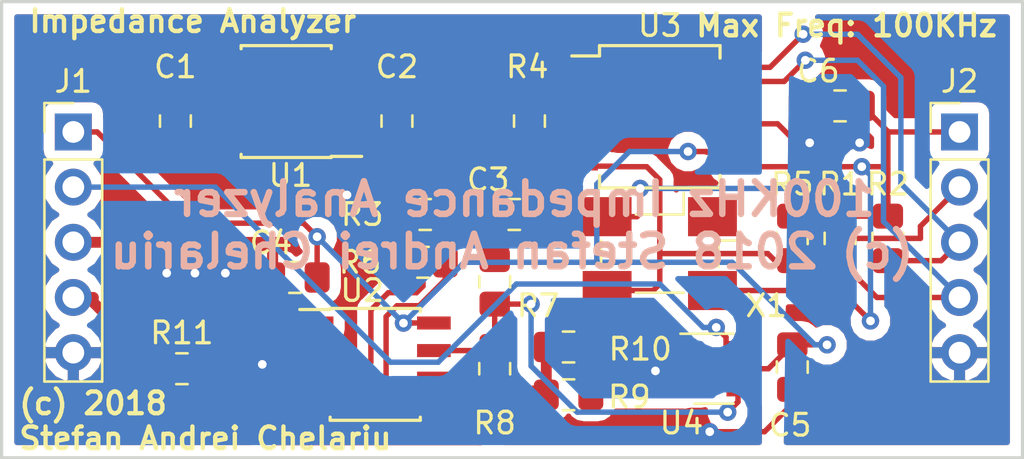
<source format=kicad_pcb>
(kicad_pcb (version 20171130) (host pcbnew "(5.0.0)")

  (general
    (thickness 1.6)
    (drawings 8)
    (tracks 220)
    (zones 0)
    (modules 24)
    (nets 32)
  )

  (page A4)
  (layers
    (0 F.Cu signal)
    (31 B.Cu signal)
    (32 B.Adhes user)
    (33 F.Adhes user)
    (34 B.Paste user)
    (35 F.Paste user)
    (36 B.SilkS user)
    (37 F.SilkS user)
    (38 B.Mask user)
    (39 F.Mask user)
    (40 Dwgs.User user)
    (41 Cmts.User user)
    (42 Eco1.User user)
    (43 Eco2.User user)
    (44 Edge.Cuts user)
    (45 Margin user)
    (46 B.CrtYd user)
    (47 F.CrtYd user)
    (48 B.Fab user hide)
    (49 F.Fab user hide)
  )

  (setup
    (last_trace_width 0.25)
    (trace_clearance 0.2)
    (zone_clearance 0.508)
    (zone_45_only no)
    (trace_min 0.2)
    (segment_width 0.2)
    (edge_width 0.15)
    (via_size 0.8)
    (via_drill 0.4)
    (via_min_size 0.4)
    (via_min_drill 0.3)
    (uvia_size 0.3)
    (uvia_drill 0.1)
    (uvias_allowed no)
    (uvia_min_size 0.2)
    (uvia_min_drill 0.1)
    (pcb_text_width 0.3)
    (pcb_text_size 1.5 1.5)
    (mod_edge_width 0.15)
    (mod_text_size 1 1)
    (mod_text_width 0.15)
    (pad_size 1.524 1.524)
    (pad_drill 0.762)
    (pad_to_mask_clearance 0.2)
    (aux_axis_origin 0 0)
    (grid_origin 73 95)
    (visible_elements 7FFFFFFF)
    (pcbplotparams
      (layerselection 0x010f0_ffffffff)
      (usegerberextensions true)
      (usegerberattributes false)
      (usegerberadvancedattributes false)
      (creategerberjobfile false)
      (excludeedgelayer true)
      (linewidth 0.100000)
      (plotframeref false)
      (viasonmask false)
      (mode 1)
      (useauxorigin false)
      (hpglpennumber 1)
      (hpglpenspeed 20)
      (hpglpendiameter 15.000000)
      (psnegative false)
      (psa4output false)
      (plotreference true)
      (plotvalue true)
      (plotinvisibletext false)
      (padsonsilk false)
      (subtractmaskfromsilk false)
      (outputformat 1)
      (mirror false)
      (drillshape 0)
      (scaleselection 1)
      (outputdirectory "gerber/"))
  )

  (net 0 "")
  (net 1 "Net-(C1-Pad1)")
  (net 2 GNDA)
  (net 3 "Net-(C2-Pad1)")
  (net 4 "Net-(C3-Pad1)")
  (net 5 "Net-(C3-Pad2)")
  (net 6 +5V)
  (net 7 GND)
  (net 8 +3V3)
  (net 9 RANGE_SW)
  (net 10 DUT+)
  (net 11 DUT-)
  (net 12 SDA)
  (net 13 SCL)
  (net 14 CLK)
  (net 15 "Net-(R4-Pad1)")
  (net 16 "Net-(R4-Pad2)")
  (net 17 "Net-(R5-Pad2)")
  (net 18 "Net-(R7-Pad1)")
  (net 19 "Net-(R10-Pad2)")
  (net 20 "Net-(R9-Pad2)")
  (net 21 "Net-(R10-Pad1)")
  (net 22 "Net-(U1-Pad4)")
  (net 23 "Net-(U1-Pad5)")
  (net 24 "Net-(U1-Pad6)")
  (net 25 "Net-(U1-Pad7)")
  (net 26 "Net-(U3-Pad1)")
  (net 27 "Net-(U3-Pad2)")
  (net 28 "Net-(U3-Pad3)")
  (net 29 "Net-(U3-Pad7)")
  (net 30 "Net-(X1-Pad1)")
  (net 31 "Net-(R6-Pad2)")

  (net_class Default "This is the default net class."
    (clearance 0.2)
    (trace_width 0.25)
    (via_dia 0.8)
    (via_drill 0.4)
    (uvia_dia 0.3)
    (uvia_drill 0.1)
    (add_net +3V3)
    (add_net +5V)
    (add_net CLK)
    (add_net GND)
    (add_net GNDA)
    (add_net "Net-(C1-Pad1)")
    (add_net "Net-(C2-Pad1)")
    (add_net "Net-(C3-Pad1)")
    (add_net "Net-(C3-Pad2)")
    (add_net "Net-(R10-Pad1)")
    (add_net "Net-(R4-Pad1)")
    (add_net "Net-(R4-Pad2)")
    (add_net "Net-(R5-Pad2)")
    (add_net "Net-(R6-Pad2)")
    (add_net "Net-(R7-Pad1)")
    (add_net "Net-(R9-Pad2)")
    (add_net "Net-(U1-Pad4)")
    (add_net "Net-(U1-Pad5)")
    (add_net "Net-(U1-Pad6)")
    (add_net "Net-(U1-Pad7)")
    (add_net "Net-(U3-Pad1)")
    (add_net "Net-(U3-Pad2)")
    (add_net "Net-(U3-Pad3)")
    (add_net "Net-(U3-Pad7)")
    (add_net "Net-(X1-Pad1)")
    (add_net RANGE_SW)
    (add_net SCL)
    (add_net SDA)
  )

  (net_class dut ""
    (clearance 0.2)
    (trace_width 0.5)
    (via_dia 0.8)
    (via_drill 0.4)
    (uvia_dia 0.3)
    (uvia_drill 0.1)
    (add_net DUT+)
    (add_net DUT-)
    (add_net "Net-(R10-Pad2)")
  )

  (module Package_SO:SSOP-16_5.3x6.2mm_P0.65mm (layer F.Cu) (tedit 5A02F25C) (tstamp 5B8E634D)
    (at 103.3 79.3)
    (descr "SSOP16: plastic shrink small outline package; 16 leads; body width 5.3 mm; (see NXP SSOP-TSSOP-VSO-REFLOW.pdf and sot338-1_po.pdf)")
    (tags "SSOP 0.65")
    (path /5B6E2FD7)
    (attr smd)
    (fp_text reference U3 (at 0 -4.2) (layer F.SilkS)
      (effects (font (size 1 1) (thickness 0.15)))
    )
    (fp_text value AD5933 (at 0 4.2) (layer F.Fab)
      (effects (font (size 1 1) (thickness 0.15)))
    )
    (fp_line (start -1.65 -3.1) (end 2.65 -3.1) (layer F.Fab) (width 0.15))
    (fp_line (start 2.65 -3.1) (end 2.65 3.1) (layer F.Fab) (width 0.15))
    (fp_line (start 2.65 3.1) (end -2.65 3.1) (layer F.Fab) (width 0.15))
    (fp_line (start -2.65 3.1) (end -2.65 -2.1) (layer F.Fab) (width 0.15))
    (fp_line (start -2.65 -2.1) (end -1.65 -3.1) (layer F.Fab) (width 0.15))
    (fp_line (start -4.3 -3.45) (end -4.3 3.45) (layer F.CrtYd) (width 0.05))
    (fp_line (start 4.3 -3.45) (end 4.3 3.45) (layer F.CrtYd) (width 0.05))
    (fp_line (start -4.3 -3.45) (end 4.3 -3.45) (layer F.CrtYd) (width 0.05))
    (fp_line (start -4.3 3.45) (end 4.3 3.45) (layer F.CrtYd) (width 0.05))
    (fp_line (start -2.775 -3.275) (end -2.775 -2.8) (layer F.SilkS) (width 0.15))
    (fp_line (start 2.775 -3.275) (end 2.775 -2.7) (layer F.SilkS) (width 0.15))
    (fp_line (start 2.775 3.275) (end 2.775 2.7) (layer F.SilkS) (width 0.15))
    (fp_line (start -2.775 3.275) (end -2.775 2.7) (layer F.SilkS) (width 0.15))
    (fp_line (start -2.775 -3.275) (end 2.775 -3.275) (layer F.SilkS) (width 0.15))
    (fp_line (start -2.775 3.275) (end 2.775 3.275) (layer F.SilkS) (width 0.15))
    (fp_line (start -2.775 -2.8) (end -4.05 -2.8) (layer F.SilkS) (width 0.15))
    (fp_text user %R (at 0 0) (layer F.Fab)
      (effects (font (size 0.8 0.8) (thickness 0.15)))
    )
    (pad 1 smd rect (at -3.45 -2.275) (size 1.2 0.4) (layers F.Cu F.Paste F.Mask)
      (net 26 "Net-(U3-Pad1)"))
    (pad 2 smd rect (at -3.45 -1.625) (size 1.2 0.4) (layers F.Cu F.Paste F.Mask)
      (net 27 "Net-(U3-Pad2)"))
    (pad 3 smd rect (at -3.45 -0.975) (size 1.2 0.4) (layers F.Cu F.Paste F.Mask)
      (net 28 "Net-(U3-Pad3)"))
    (pad 4 smd rect (at -3.45 -0.325) (size 1.2 0.4) (layers F.Cu F.Paste F.Mask)
      (net 16 "Net-(R4-Pad2)"))
    (pad 5 smd rect (at -3.45 0.325) (size 1.2 0.4) (layers F.Cu F.Paste F.Mask)
      (net 15 "Net-(R4-Pad1)"))
    (pad 6 smd rect (at -3.45 0.975) (size 1.2 0.4) (layers F.Cu F.Paste F.Mask)
      (net 5 "Net-(C3-Pad2)"))
    (pad 7 smd rect (at -3.45 1.625) (size 1.2 0.4) (layers F.Cu F.Paste F.Mask)
      (net 29 "Net-(U3-Pad7)"))
    (pad 8 smd rect (at -3.45 2.275) (size 1.2 0.4) (layers F.Cu F.Paste F.Mask)
      (net 17 "Net-(R5-Pad2)"))
    (pad 9 smd rect (at 3.45 2.275) (size 1.2 0.4) (layers F.Cu F.Paste F.Mask)
      (net 8 +3V3))
    (pad 10 smd rect (at 3.45 1.625) (size 1.2 0.4) (layers F.Cu F.Paste F.Mask)
      (net 6 +5V))
    (pad 11 smd rect (at 3.45 0.975) (size 1.2 0.4) (layers F.Cu F.Paste F.Mask)
      (net 6 +5V))
    (pad 12 smd rect (at 3.45 0.325) (size 1.2 0.4) (layers F.Cu F.Paste F.Mask)
      (net 7 GND))
    (pad 13 smd rect (at 3.45 -0.325) (size 1.2 0.4) (layers F.Cu F.Paste F.Mask)
      (net 2 GNDA))
    (pad 14 smd rect (at 3.45 -0.975) (size 1.2 0.4) (layers F.Cu F.Paste F.Mask)
      (net 2 GNDA))
    (pad 15 smd rect (at 3.45 -1.625) (size 1.2 0.4) (layers F.Cu F.Paste F.Mask)
      (net 12 SDA))
    (pad 16 smd rect (at 3.45 -2.275) (size 1.2 0.4) (layers F.Cu F.Paste F.Mask)
      (net 13 SCL))
    (model ${KISYS3DMOD}/Package_SO.3dshapes/SSOP-16_5.3x6.2mm_P0.65mm.wrl
      (at (xyz 0 0 0))
      (scale (xyz 1 1 1))
      (rotate (xyz 0 0 0))
    )
  )

  (module Resistor_SMD:R_0805_2012Metric_Pad1.15x1.40mm_HandSolder (layer F.Cu) (tedit 5B36C52B) (tstamp 5B7B14A0)
    (at 81.3 90.9)
    (descr "Resistor SMD 0805 (2012 Metric), square (rectangular) end terminal, IPC_7351 nominal with elongated pad for handsoldering. (Body size source: https://docs.google.com/spreadsheets/d/1BsfQQcO9C6DZCsRaXUlFlo91Tg2WpOkGARC1WS5S8t0/edit?usp=sharing), generated with kicad-footprint-generator")
    (tags "resistor handsolder")
    (path /5B6EEA46)
    (attr smd)
    (fp_text reference R11 (at 0 -1.65) (layer F.SilkS)
      (effects (font (size 1 1) (thickness 0.15)))
    )
    (fp_text value 0R (at 0 1.65) (layer F.Fab)
      (effects (font (size 1 1) (thickness 0.15)))
    )
    (fp_line (start -1 0.6) (end -1 -0.6) (layer F.Fab) (width 0.1))
    (fp_line (start -1 -0.6) (end 1 -0.6) (layer F.Fab) (width 0.1))
    (fp_line (start 1 -0.6) (end 1 0.6) (layer F.Fab) (width 0.1))
    (fp_line (start 1 0.6) (end -1 0.6) (layer F.Fab) (width 0.1))
    (fp_line (start -0.261252 -0.71) (end 0.261252 -0.71) (layer F.SilkS) (width 0.12))
    (fp_line (start -0.261252 0.71) (end 0.261252 0.71) (layer F.SilkS) (width 0.12))
    (fp_line (start -1.85 0.95) (end -1.85 -0.95) (layer F.CrtYd) (width 0.05))
    (fp_line (start -1.85 -0.95) (end 1.85 -0.95) (layer F.CrtYd) (width 0.05))
    (fp_line (start 1.85 -0.95) (end 1.85 0.95) (layer F.CrtYd) (width 0.05))
    (fp_line (start 1.85 0.95) (end -1.85 0.95) (layer F.CrtYd) (width 0.05))
    (fp_text user %R (at 0 0) (layer F.Fab)
      (effects (font (size 0.5 0.5) (thickness 0.08)))
    )
    (pad 1 smd roundrect (at -1.025 0) (size 1.15 1.4) (layers F.Cu F.Paste F.Mask) (roundrect_rratio 0.217391)
      (net 11 DUT-))
    (pad 2 smd roundrect (at 1.025 0) (size 1.15 1.4) (layers F.Cu F.Paste F.Mask) (roundrect_rratio 0.217391)
      (net 19 "Net-(R10-Pad2)"))
    (model ${KISYS3DMOD}/Resistor_SMD.3dshapes/R_0805_2012Metric.wrl
      (at (xyz 0 0 0))
      (scale (xyz 1 1 1))
      (rotate (xyz 0 0 0))
    )
  )

  (module Capacitor_SMD:C_0805_2012Metric_Pad1.15x1.40mm_HandSolder (layer F.Cu) (tedit 5B36C52B) (tstamp 5B7AEBAF)
    (at 81 79.5 90)
    (descr "Capacitor SMD 0805 (2012 Metric), square (rectangular) end terminal, IPC_7351 nominal with elongated pad for handsoldering. (Body size source: https://docs.google.com/spreadsheets/d/1BsfQQcO9C6DZCsRaXUlFlo91Tg2WpOkGARC1WS5S8t0/edit?usp=sharing), generated with kicad-footprint-generator")
    (tags "capacitor handsolder")
    (path /5B6EAF4B)
    (attr smd)
    (fp_text reference C1 (at 2.5 0 180) (layer F.SilkS)
      (effects (font (size 1 1) (thickness 0.15)))
    )
    (fp_text value 1u (at 0 1.65 90) (layer F.Fab)
      (effects (font (size 1 1) (thickness 0.15)))
    )
    (fp_line (start -1 0.6) (end -1 -0.6) (layer F.Fab) (width 0.1))
    (fp_line (start -1 -0.6) (end 1 -0.6) (layer F.Fab) (width 0.1))
    (fp_line (start 1 -0.6) (end 1 0.6) (layer F.Fab) (width 0.1))
    (fp_line (start 1 0.6) (end -1 0.6) (layer F.Fab) (width 0.1))
    (fp_line (start -0.261252 -0.71) (end 0.261252 -0.71) (layer F.SilkS) (width 0.12))
    (fp_line (start -0.261252 0.71) (end 0.261252 0.71) (layer F.SilkS) (width 0.12))
    (fp_line (start -1.85 0.95) (end -1.85 -0.95) (layer F.CrtYd) (width 0.05))
    (fp_line (start -1.85 -0.95) (end 1.85 -0.95) (layer F.CrtYd) (width 0.05))
    (fp_line (start 1.85 -0.95) (end 1.85 0.95) (layer F.CrtYd) (width 0.05))
    (fp_line (start 1.85 0.95) (end -1.85 0.95) (layer F.CrtYd) (width 0.05))
    (fp_text user %R (at 0 0 90) (layer F.Fab)
      (effects (font (size 0.5 0.5) (thickness 0.08)))
    )
    (pad 1 smd roundrect (at -1.025 0 90) (size 1.15 1.4) (layers F.Cu F.Paste F.Mask) (roundrect_rratio 0.217391)
      (net 1 "Net-(C1-Pad1)"))
    (pad 2 smd roundrect (at 1.025 0 90) (size 1.15 1.4) (layers F.Cu F.Paste F.Mask) (roundrect_rratio 0.217391)
      (net 2 GNDA))
    (model ${KISYS3DMOD}/Capacitor_SMD.3dshapes/C_0805_2012Metric.wrl
      (at (xyz 0 0 0))
      (scale (xyz 1 1 1))
      (rotate (xyz 0 0 0))
    )
  )

  (module Capacitor_SMD:C_0805_2012Metric_Pad1.15x1.40mm_HandSolder (layer F.Cu) (tedit 5B36C52B) (tstamp 5B7AEBC0)
    (at 91.2 79.5 90)
    (descr "Capacitor SMD 0805 (2012 Metric), square (rectangular) end terminal, IPC_7351 nominal with elongated pad for handsoldering. (Body size source: https://docs.google.com/spreadsheets/d/1BsfQQcO9C6DZCsRaXUlFlo91Tg2WpOkGARC1WS5S8t0/edit?usp=sharing), generated with kicad-footprint-generator")
    (tags "capacitor handsolder")
    (path /5B6EBB2F)
    (attr smd)
    (fp_text reference C2 (at 2.5 0 180) (layer F.SilkS)
      (effects (font (size 1 1) (thickness 0.15)))
    )
    (fp_text value 1u (at 0 1.65 90) (layer F.Fab)
      (effects (font (size 1 1) (thickness 0.15)))
    )
    (fp_text user %R (at 0 0 90) (layer F.Fab)
      (effects (font (size 0.5 0.5) (thickness 0.08)))
    )
    (fp_line (start 1.85 0.95) (end -1.85 0.95) (layer F.CrtYd) (width 0.05))
    (fp_line (start 1.85 -0.95) (end 1.85 0.95) (layer F.CrtYd) (width 0.05))
    (fp_line (start -1.85 -0.95) (end 1.85 -0.95) (layer F.CrtYd) (width 0.05))
    (fp_line (start -1.85 0.95) (end -1.85 -0.95) (layer F.CrtYd) (width 0.05))
    (fp_line (start -0.261252 0.71) (end 0.261252 0.71) (layer F.SilkS) (width 0.12))
    (fp_line (start -0.261252 -0.71) (end 0.261252 -0.71) (layer F.SilkS) (width 0.12))
    (fp_line (start 1 0.6) (end -1 0.6) (layer F.Fab) (width 0.1))
    (fp_line (start 1 -0.6) (end 1 0.6) (layer F.Fab) (width 0.1))
    (fp_line (start -1 -0.6) (end 1 -0.6) (layer F.Fab) (width 0.1))
    (fp_line (start -1 0.6) (end -1 -0.6) (layer F.Fab) (width 0.1))
    (pad 2 smd roundrect (at 1.025 0 90) (size 1.15 1.4) (layers F.Cu F.Paste F.Mask) (roundrect_rratio 0.217391)
      (net 2 GNDA))
    (pad 1 smd roundrect (at -1.025 0 90) (size 1.15 1.4) (layers F.Cu F.Paste F.Mask) (roundrect_rratio 0.217391)
      (net 3 "Net-(C2-Pad1)"))
    (model ${KISYS3DMOD}/Capacitor_SMD.3dshapes/C_0805_2012Metric.wrl
      (at (xyz 0 0 0))
      (scale (xyz 1 1 1))
      (rotate (xyz 0 0 0))
    )
  )

  (module Capacitor_SMD:C_0805_2012Metric_Pad1.15x1.40mm_HandSolder (layer F.Cu) (tedit 5B36C52B) (tstamp 5B7AEBD1)
    (at 96.6 83.8)
    (descr "Capacitor SMD 0805 (2012 Metric), square (rectangular) end terminal, IPC_7351 nominal with elongated pad for handsoldering. (Body size source: https://docs.google.com/spreadsheets/d/1BsfQQcO9C6DZCsRaXUlFlo91Tg2WpOkGARC1WS5S8t0/edit?usp=sharing), generated with kicad-footprint-generator")
    (tags "capacitor handsolder")
    (path /5B6E7F3F)
    (attr smd)
    (fp_text reference C3 (at -1.2 -1.6) (layer F.SilkS)
      (effects (font (size 1 1) (thickness 0.15)))
    )
    (fp_text value 47n (at 0 1.65) (layer F.Fab)
      (effects (font (size 1 1) (thickness 0.15)))
    )
    (fp_line (start -1 0.6) (end -1 -0.6) (layer F.Fab) (width 0.1))
    (fp_line (start -1 -0.6) (end 1 -0.6) (layer F.Fab) (width 0.1))
    (fp_line (start 1 -0.6) (end 1 0.6) (layer F.Fab) (width 0.1))
    (fp_line (start 1 0.6) (end -1 0.6) (layer F.Fab) (width 0.1))
    (fp_line (start -0.261252 -0.71) (end 0.261252 -0.71) (layer F.SilkS) (width 0.12))
    (fp_line (start -0.261252 0.71) (end 0.261252 0.71) (layer F.SilkS) (width 0.12))
    (fp_line (start -1.85 0.95) (end -1.85 -0.95) (layer F.CrtYd) (width 0.05))
    (fp_line (start -1.85 -0.95) (end 1.85 -0.95) (layer F.CrtYd) (width 0.05))
    (fp_line (start 1.85 -0.95) (end 1.85 0.95) (layer F.CrtYd) (width 0.05))
    (fp_line (start 1.85 0.95) (end -1.85 0.95) (layer F.CrtYd) (width 0.05))
    (fp_text user %R (at 0 0) (layer F.Fab)
      (effects (font (size 0.5 0.5) (thickness 0.08)))
    )
    (pad 1 smd roundrect (at -1.025 0) (size 1.15 1.4) (layers F.Cu F.Paste F.Mask) (roundrect_rratio 0.217391)
      (net 4 "Net-(C3-Pad1)"))
    (pad 2 smd roundrect (at 1.025 0) (size 1.15 1.4) (layers F.Cu F.Paste F.Mask) (roundrect_rratio 0.217391)
      (net 5 "Net-(C3-Pad2)"))
    (model ${KISYS3DMOD}/Capacitor_SMD.3dshapes/C_0805_2012Metric.wrl
      (at (xyz 0 0 0))
      (scale (xyz 1 1 1))
      (rotate (xyz 0 0 0))
    )
  )

  (module Capacitor_SMD:C_0805_2012Metric_Pad1.15x1.40mm_HandSolder (layer F.Cu) (tedit 5B36C52B) (tstamp 5B7AEBE2)
    (at 86.5 86.7 180)
    (descr "Capacitor SMD 0805 (2012 Metric), square (rectangular) end terminal, IPC_7351 nominal with elongated pad for handsoldering. (Body size source: https://docs.google.com/spreadsheets/d/1BsfQQcO9C6DZCsRaXUlFlo91Tg2WpOkGARC1WS5S8t0/edit?usp=sharing), generated with kicad-footprint-generator")
    (tags "capacitor handsolder")
    (path /5B7018A0)
    (attr smd)
    (fp_text reference C4 (at 1.1 1.6 180) (layer F.SilkS)
      (effects (font (size 1 1) (thickness 0.15)))
    )
    (fp_text value 0.1u (at 0 1.65 180) (layer F.Fab)
      (effects (font (size 1 1) (thickness 0.15)))
    )
    (fp_text user %R (at 0 0 180) (layer F.Fab)
      (effects (font (size 0.5 0.5) (thickness 0.08)))
    )
    (fp_line (start 1.85 0.95) (end -1.85 0.95) (layer F.CrtYd) (width 0.05))
    (fp_line (start 1.85 -0.95) (end 1.85 0.95) (layer F.CrtYd) (width 0.05))
    (fp_line (start -1.85 -0.95) (end 1.85 -0.95) (layer F.CrtYd) (width 0.05))
    (fp_line (start -1.85 0.95) (end -1.85 -0.95) (layer F.CrtYd) (width 0.05))
    (fp_line (start -0.261252 0.71) (end 0.261252 0.71) (layer F.SilkS) (width 0.12))
    (fp_line (start -0.261252 -0.71) (end 0.261252 -0.71) (layer F.SilkS) (width 0.12))
    (fp_line (start 1 0.6) (end -1 0.6) (layer F.Fab) (width 0.1))
    (fp_line (start 1 -0.6) (end 1 0.6) (layer F.Fab) (width 0.1))
    (fp_line (start -1 -0.6) (end 1 -0.6) (layer F.Fab) (width 0.1))
    (fp_line (start -1 0.6) (end -1 -0.6) (layer F.Fab) (width 0.1))
    (pad 2 smd roundrect (at 1.025 0 180) (size 1.15 1.4) (layers F.Cu F.Paste F.Mask) (roundrect_rratio 0.217391)
      (net 2 GNDA))
    (pad 1 smd roundrect (at -1.025 0 180) (size 1.15 1.4) (layers F.Cu F.Paste F.Mask) (roundrect_rratio 0.217391)
      (net 6 +5V))
    (model ${KISYS3DMOD}/Capacitor_SMD.3dshapes/C_0805_2012Metric.wrl
      (at (xyz 0 0 0))
      (scale (xyz 1 1 1))
      (rotate (xyz 0 0 0))
    )
  )

  (module Capacitor_SMD:C_0805_2012Metric_Pad1.15x1.40mm_HandSolder (layer F.Cu) (tedit 5B36C52B) (tstamp 5B7AEBF3)
    (at 109.4 90.825 270)
    (descr "Capacitor SMD 0805 (2012 Metric), square (rectangular) end terminal, IPC_7351 nominal with elongated pad for handsoldering. (Body size source: https://docs.google.com/spreadsheets/d/1BsfQQcO9C6DZCsRaXUlFlo91Tg2WpOkGARC1WS5S8t0/edit?usp=sharing), generated with kicad-footprint-generator")
    (tags "capacitor handsolder")
    (path /5B701933)
    (attr smd)
    (fp_text reference C5 (at 2.675 0.1) (layer F.SilkS)
      (effects (font (size 1 1) (thickness 0.15)))
    )
    (fp_text value 1u (at 0 1.65 270) (layer F.Fab)
      (effects (font (size 1 1) (thickness 0.15)))
    )
    (fp_line (start -1 0.6) (end -1 -0.6) (layer F.Fab) (width 0.1))
    (fp_line (start -1 -0.6) (end 1 -0.6) (layer F.Fab) (width 0.1))
    (fp_line (start 1 -0.6) (end 1 0.6) (layer F.Fab) (width 0.1))
    (fp_line (start 1 0.6) (end -1 0.6) (layer F.Fab) (width 0.1))
    (fp_line (start -0.261252 -0.71) (end 0.261252 -0.71) (layer F.SilkS) (width 0.12))
    (fp_line (start -0.261252 0.71) (end 0.261252 0.71) (layer F.SilkS) (width 0.12))
    (fp_line (start -1.85 0.95) (end -1.85 -0.95) (layer F.CrtYd) (width 0.05))
    (fp_line (start -1.85 -0.95) (end 1.85 -0.95) (layer F.CrtYd) (width 0.05))
    (fp_line (start 1.85 -0.95) (end 1.85 0.95) (layer F.CrtYd) (width 0.05))
    (fp_line (start 1.85 0.95) (end -1.85 0.95) (layer F.CrtYd) (width 0.05))
    (fp_text user %R (at 0 0 270) (layer F.Fab)
      (effects (font (size 0.5 0.5) (thickness 0.08)))
    )
    (pad 1 smd roundrect (at -1.025 0 270) (size 1.15 1.4) (layers F.Cu F.Paste F.Mask) (roundrect_rratio 0.217391)
      (net 6 +5V))
    (pad 2 smd roundrect (at 1.025 0 270) (size 1.15 1.4) (layers F.Cu F.Paste F.Mask) (roundrect_rratio 0.217391)
      (net 2 GNDA))
    (model ${KISYS3DMOD}/Capacitor_SMD.3dshapes/C_0805_2012Metric.wrl
      (at (xyz 0 0 0))
      (scale (xyz 1 1 1))
      (rotate (xyz 0 0 0))
    )
  )

  (module Capacitor_SMD:C_0805_2012Metric_Pad1.15x1.40mm_HandSolder (layer F.Cu) (tedit 5B36C52B) (tstamp 5B7AEC04)
    (at 111.6 78.8 180)
    (descr "Capacitor SMD 0805 (2012 Metric), square (rectangular) end terminal, IPC_7351 nominal with elongated pad for handsoldering. (Body size source: https://docs.google.com/spreadsheets/d/1BsfQQcO9C6DZCsRaXUlFlo91Tg2WpOkGARC1WS5S8t0/edit?usp=sharing), generated with kicad-footprint-generator")
    (tags "capacitor handsolder")
    (path /5B70EDB3)
    (attr smd)
    (fp_text reference C6 (at 1 1.6 180) (layer F.SilkS)
      (effects (font (size 1 1) (thickness 0.15)))
    )
    (fp_text value 0.1u (at 0 1.65 180) (layer F.Fab)
      (effects (font (size 1 1) (thickness 0.15)))
    )
    (fp_text user %R (at 0 0 180) (layer F.Fab)
      (effects (font (size 0.5 0.5) (thickness 0.08)))
    )
    (fp_line (start 1.85 0.95) (end -1.85 0.95) (layer F.CrtYd) (width 0.05))
    (fp_line (start 1.85 -0.95) (end 1.85 0.95) (layer F.CrtYd) (width 0.05))
    (fp_line (start -1.85 -0.95) (end 1.85 -0.95) (layer F.CrtYd) (width 0.05))
    (fp_line (start -1.85 0.95) (end -1.85 -0.95) (layer F.CrtYd) (width 0.05))
    (fp_line (start -0.261252 0.71) (end 0.261252 0.71) (layer F.SilkS) (width 0.12))
    (fp_line (start -0.261252 -0.71) (end 0.261252 -0.71) (layer F.SilkS) (width 0.12))
    (fp_line (start 1 0.6) (end -1 0.6) (layer F.Fab) (width 0.1))
    (fp_line (start 1 -0.6) (end 1 0.6) (layer F.Fab) (width 0.1))
    (fp_line (start -1 -0.6) (end 1 -0.6) (layer F.Fab) (width 0.1))
    (fp_line (start -1 0.6) (end -1 -0.6) (layer F.Fab) (width 0.1))
    (pad 2 smd roundrect (at 1.025 0 180) (size 1.15 1.4) (layers F.Cu F.Paste F.Mask) (roundrect_rratio 0.217391)
      (net 7 GND))
    (pad 1 smd roundrect (at -1.025 0 180) (size 1.15 1.4) (layers F.Cu F.Paste F.Mask) (roundrect_rratio 0.217391)
      (net 8 +3V3))
    (model ${KISYS3DMOD}/Capacitor_SMD.3dshapes/C_0805_2012Metric.wrl
      (at (xyz 0 0 0))
      (scale (xyz 1 1 1))
      (rotate (xyz 0 0 0))
    )
  )

  (module Connector_PinHeader_2.54mm:PinHeader_1x05_P2.54mm_Vertical (layer F.Cu) (tedit 59FED5CC) (tstamp 5B7AEC1D)
    (at 76.3 80)
    (descr "Through hole straight pin header, 1x05, 2.54mm pitch, single row")
    (tags "Through hole pin header THT 1x05 2.54mm single row")
    (path /5B712D08)
    (fp_text reference J1 (at 0 -2.33) (layer F.SilkS)
      (effects (font (size 1 1) (thickness 0.15)))
    )
    (fp_text value Conn_01x05 (at 0 12.49) (layer F.Fab)
      (effects (font (size 1 1) (thickness 0.15)))
    )
    (fp_line (start -0.635 -1.27) (end 1.27 -1.27) (layer F.Fab) (width 0.1))
    (fp_line (start 1.27 -1.27) (end 1.27 11.43) (layer F.Fab) (width 0.1))
    (fp_line (start 1.27 11.43) (end -1.27 11.43) (layer F.Fab) (width 0.1))
    (fp_line (start -1.27 11.43) (end -1.27 -0.635) (layer F.Fab) (width 0.1))
    (fp_line (start -1.27 -0.635) (end -0.635 -1.27) (layer F.Fab) (width 0.1))
    (fp_line (start -1.33 11.49) (end 1.33 11.49) (layer F.SilkS) (width 0.12))
    (fp_line (start -1.33 1.27) (end -1.33 11.49) (layer F.SilkS) (width 0.12))
    (fp_line (start 1.33 1.27) (end 1.33 11.49) (layer F.SilkS) (width 0.12))
    (fp_line (start -1.33 1.27) (end 1.33 1.27) (layer F.SilkS) (width 0.12))
    (fp_line (start -1.33 0) (end -1.33 -1.33) (layer F.SilkS) (width 0.12))
    (fp_line (start -1.33 -1.33) (end 0 -1.33) (layer F.SilkS) (width 0.12))
    (fp_line (start -1.8 -1.8) (end -1.8 11.95) (layer F.CrtYd) (width 0.05))
    (fp_line (start -1.8 11.95) (end 1.8 11.95) (layer F.CrtYd) (width 0.05))
    (fp_line (start 1.8 11.95) (end 1.8 -1.8) (layer F.CrtYd) (width 0.05))
    (fp_line (start 1.8 -1.8) (end -1.8 -1.8) (layer F.CrtYd) (width 0.05))
    (fp_text user %R (at 0 5.08 90) (layer F.Fab)
      (effects (font (size 1 1) (thickness 0.15)))
    )
    (pad 1 thru_hole rect (at 0 0) (size 1.7 1.7) (drill 1) (layers *.Cu *.Mask)
      (net 6 +5V))
    (pad 2 thru_hole oval (at 0 2.54) (size 1.7 1.7) (drill 1) (layers *.Cu *.Mask)
      (net 9 RANGE_SW))
    (pad 3 thru_hole oval (at 0 5.08) (size 1.7 1.7) (drill 1) (layers *.Cu *.Mask)
      (net 10 DUT+))
    (pad 4 thru_hole oval (at 0 7.62) (size 1.7 1.7) (drill 1) (layers *.Cu *.Mask)
      (net 11 DUT-))
    (pad 5 thru_hole oval (at 0 10.16) (size 1.7 1.7) (drill 1) (layers *.Cu *.Mask)
      (net 2 GNDA))
    (model ${KISYS3DMOD}/Connector_PinHeader_2.54mm.3dshapes/PinHeader_1x05_P2.54mm_Vertical.wrl
      (at (xyz 0 0 0))
      (scale (xyz 1 1 1))
      (rotate (xyz 0 0 0))
    )
  )

  (module Connector_PinHeader_2.54mm:PinHeader_1x05_P2.54mm_Vertical (layer F.Cu) (tedit 59FED5CC) (tstamp 5B7AEC36)
    (at 117.1 80)
    (descr "Through hole straight pin header, 1x05, 2.54mm pitch, single row")
    (tags "Through hole pin header THT 1x05 2.54mm single row")
    (path /5B712E59)
    (fp_text reference J2 (at 0 -2.33) (layer F.SilkS)
      (effects (font (size 1 1) (thickness 0.15)))
    )
    (fp_text value Conn_01x05 (at 0 12.49) (layer F.Fab)
      (effects (font (size 1 1) (thickness 0.15)))
    )
    (fp_text user %R (at 0 5.08 90) (layer F.Fab)
      (effects (font (size 1 1) (thickness 0.15)))
    )
    (fp_line (start 1.8 -1.8) (end -1.8 -1.8) (layer F.CrtYd) (width 0.05))
    (fp_line (start 1.8 11.95) (end 1.8 -1.8) (layer F.CrtYd) (width 0.05))
    (fp_line (start -1.8 11.95) (end 1.8 11.95) (layer F.CrtYd) (width 0.05))
    (fp_line (start -1.8 -1.8) (end -1.8 11.95) (layer F.CrtYd) (width 0.05))
    (fp_line (start -1.33 -1.33) (end 0 -1.33) (layer F.SilkS) (width 0.12))
    (fp_line (start -1.33 0) (end -1.33 -1.33) (layer F.SilkS) (width 0.12))
    (fp_line (start -1.33 1.27) (end 1.33 1.27) (layer F.SilkS) (width 0.12))
    (fp_line (start 1.33 1.27) (end 1.33 11.49) (layer F.SilkS) (width 0.12))
    (fp_line (start -1.33 1.27) (end -1.33 11.49) (layer F.SilkS) (width 0.12))
    (fp_line (start -1.33 11.49) (end 1.33 11.49) (layer F.SilkS) (width 0.12))
    (fp_line (start -1.27 -0.635) (end -0.635 -1.27) (layer F.Fab) (width 0.1))
    (fp_line (start -1.27 11.43) (end -1.27 -0.635) (layer F.Fab) (width 0.1))
    (fp_line (start 1.27 11.43) (end -1.27 11.43) (layer F.Fab) (width 0.1))
    (fp_line (start 1.27 -1.27) (end 1.27 11.43) (layer F.Fab) (width 0.1))
    (fp_line (start -0.635 -1.27) (end 1.27 -1.27) (layer F.Fab) (width 0.1))
    (pad 5 thru_hole oval (at 0 10.16) (size 1.7 1.7) (drill 1) (layers *.Cu *.Mask)
      (net 7 GND))
    (pad 4 thru_hole oval (at 0 7.62) (size 1.7 1.7) (drill 1) (layers *.Cu *.Mask)
      (net 12 SDA))
    (pad 3 thru_hole oval (at 0 5.08) (size 1.7 1.7) (drill 1) (layers *.Cu *.Mask)
      (net 13 SCL))
    (pad 2 thru_hole oval (at 0 2.54) (size 1.7 1.7) (drill 1) (layers *.Cu *.Mask)
      (net 14 CLK))
    (pad 1 thru_hole rect (at 0 0) (size 1.7 1.7) (drill 1) (layers *.Cu *.Mask)
      (net 8 +3V3))
    (model ${KISYS3DMOD}/Connector_PinHeader_2.54mm.3dshapes/PinHeader_1x05_P2.54mm_Vertical.wrl
      (at (xyz 0 0 0))
      (scale (xyz 1 1 1))
      (rotate (xyz 0 0 0))
    )
  )

  (module Resistor_SMD:R_0805_2012Metric_Pad1.15x1.40mm_HandSolder (layer F.Cu) (tedit 5B6EB6EF) (tstamp 5B7AEC47)
    (at 111.6 84.9 270)
    (descr "Resistor SMD 0805 (2012 Metric), square (rectangular) end terminal, IPC_7351 nominal with elongated pad for handsoldering. (Body size source: https://docs.google.com/spreadsheets/d/1BsfQQcO9C6DZCsRaXUlFlo91Tg2WpOkGARC1WS5S8t0/edit?usp=sharing), generated with kicad-footprint-generator")
    (tags "resistor handsolder")
    (path /5B6E6EAB)
    (attr smd)
    (fp_text reference R1 (at -2.5 0 180) (layer F.SilkS)
      (effects (font (size 1 1) (thickness 0.15)))
    )
    (fp_text value 4k7 (at 0 1.65 270) (layer F.Fab) hide
      (effects (font (size 1 1) (thickness 0.15)))
    )
    (fp_text user %R (at 0 0 270) (layer F.Fab)
      (effects (font (size 0.5 0.5) (thickness 0.08)))
    )
    (fp_line (start 1.85 0.95) (end -1.85 0.95) (layer F.CrtYd) (width 0.05))
    (fp_line (start 1.85 -0.95) (end 1.85 0.95) (layer F.CrtYd) (width 0.05))
    (fp_line (start -1.85 -0.95) (end 1.85 -0.95) (layer F.CrtYd) (width 0.05))
    (fp_line (start -1.85 0.95) (end -1.85 -0.95) (layer F.CrtYd) (width 0.05))
    (fp_line (start -0.261252 0.71) (end 0.261252 0.71) (layer F.SilkS) (width 0.12))
    (fp_line (start -0.261252 -0.71) (end 0.261252 -0.71) (layer F.SilkS) (width 0.12))
    (fp_line (start 1 0.6) (end -1 0.6) (layer F.Fab) (width 0.1))
    (fp_line (start 1 -0.6) (end 1 0.6) (layer F.Fab) (width 0.1))
    (fp_line (start -1 -0.6) (end 1 -0.6) (layer F.Fab) (width 0.1))
    (fp_line (start -1 0.6) (end -1 -0.6) (layer F.Fab) (width 0.1))
    (pad 2 smd roundrect (at 1.025 0 270) (size 1.15 1.4) (layers F.Cu F.Paste F.Mask) (roundrect_rratio 0.217391)
      (net 12 SDA))
    (pad 1 smd roundrect (at -1.025 0 270) (size 1.15 1.4) (layers F.Cu F.Paste F.Mask) (roundrect_rratio 0.217391)
      (net 8 +3V3))
    (model ${KISYS3DMOD}/Resistor_SMD.3dshapes/R_0805_2012Metric.wrl
      (at (xyz 0 0 0))
      (scale (xyz 1 1 1))
      (rotate (xyz 0 0 0))
    )
  )

  (module Resistor_SMD:R_0805_2012Metric_Pad1.15x1.40mm_HandSolder (layer F.Cu) (tedit 5B36C52B) (tstamp 5B7AEC58)
    (at 113.8 84.9 270)
    (descr "Resistor SMD 0805 (2012 Metric), square (rectangular) end terminal, IPC_7351 nominal with elongated pad for handsoldering. (Body size source: https://docs.google.com/spreadsheets/d/1BsfQQcO9C6DZCsRaXUlFlo91Tg2WpOkGARC1WS5S8t0/edit?usp=sharing), generated with kicad-footprint-generator")
    (tags "resistor handsolder")
    (path /5B6E6F73)
    (attr smd)
    (fp_text reference R2 (at -2.5 0 180) (layer F.SilkS)
      (effects (font (size 1 1) (thickness 0.15)))
    )
    (fp_text value 4k7 (at 0 1.65 270) (layer F.Fab)
      (effects (font (size 1 1) (thickness 0.15)))
    )
    (fp_line (start -1 0.6) (end -1 -0.6) (layer F.Fab) (width 0.1))
    (fp_line (start -1 -0.6) (end 1 -0.6) (layer F.Fab) (width 0.1))
    (fp_line (start 1 -0.6) (end 1 0.6) (layer F.Fab) (width 0.1))
    (fp_line (start 1 0.6) (end -1 0.6) (layer F.Fab) (width 0.1))
    (fp_line (start -0.261252 -0.71) (end 0.261252 -0.71) (layer F.SilkS) (width 0.12))
    (fp_line (start -0.261252 0.71) (end 0.261252 0.71) (layer F.SilkS) (width 0.12))
    (fp_line (start -1.85 0.95) (end -1.85 -0.95) (layer F.CrtYd) (width 0.05))
    (fp_line (start -1.85 -0.95) (end 1.85 -0.95) (layer F.CrtYd) (width 0.05))
    (fp_line (start 1.85 -0.95) (end 1.85 0.95) (layer F.CrtYd) (width 0.05))
    (fp_line (start 1.85 0.95) (end -1.85 0.95) (layer F.CrtYd) (width 0.05))
    (fp_text user %R (at 0 0 270) (layer F.Fab)
      (effects (font (size 0.5 0.5) (thickness 0.08)))
    )
    (pad 1 smd roundrect (at -1.025 0 270) (size 1.15 1.4) (layers F.Cu F.Paste F.Mask) (roundrect_rratio 0.217391)
      (net 8 +3V3))
    (pad 2 smd roundrect (at 1.025 0 270) (size 1.15 1.4) (layers F.Cu F.Paste F.Mask) (roundrect_rratio 0.217391)
      (net 13 SCL))
    (model ${KISYS3DMOD}/Resistor_SMD.3dshapes/R_0805_2012Metric.wrl
      (at (xyz 0 0 0))
      (scale (xyz 1 1 1))
      (rotate (xyz 0 0 0))
    )
  )

  (module Resistor_SMD:R_0805_2012Metric_Pad1.15x1.40mm_HandSolder (layer F.Cu) (tedit 5B36C52B) (tstamp 5B7AEC69)
    (at 92.5 83.8)
    (descr "Resistor SMD 0805 (2012 Metric), square (rectangular) end terminal, IPC_7351 nominal with elongated pad for handsoldering. (Body size source: https://docs.google.com/spreadsheets/d/1BsfQQcO9C6DZCsRaXUlFlo91Tg2WpOkGARC1WS5S8t0/edit?usp=sharing), generated with kicad-footprint-generator")
    (tags "resistor handsolder")
    (path /5B6E9789)
    (attr smd)
    (fp_text reference R3 (at -2.9 0) (layer F.SilkS)
      (effects (font (size 1 1) (thickness 0.15)))
    )
    (fp_text value 4.7k (at 0 1.65) (layer F.Fab)
      (effects (font (size 1 1) (thickness 0.15)))
    )
    (fp_text user %R (at 0 0) (layer F.Fab)
      (effects (font (size 0.5 0.5) (thickness 0.08)))
    )
    (fp_line (start 1.85 0.95) (end -1.85 0.95) (layer F.CrtYd) (width 0.05))
    (fp_line (start 1.85 -0.95) (end 1.85 0.95) (layer F.CrtYd) (width 0.05))
    (fp_line (start -1.85 -0.95) (end 1.85 -0.95) (layer F.CrtYd) (width 0.05))
    (fp_line (start -1.85 0.95) (end -1.85 -0.95) (layer F.CrtYd) (width 0.05))
    (fp_line (start -0.261252 0.71) (end 0.261252 0.71) (layer F.SilkS) (width 0.12))
    (fp_line (start -0.261252 -0.71) (end 0.261252 -0.71) (layer F.SilkS) (width 0.12))
    (fp_line (start 1 0.6) (end -1 0.6) (layer F.Fab) (width 0.1))
    (fp_line (start 1 -0.6) (end 1 0.6) (layer F.Fab) (width 0.1))
    (fp_line (start -1 -0.6) (end 1 -0.6) (layer F.Fab) (width 0.1))
    (fp_line (start -1 0.6) (end -1 -0.6) (layer F.Fab) (width 0.1))
    (pad 2 smd roundrect (at 1.025 0) (size 1.15 1.4) (layers F.Cu F.Paste F.Mask) (roundrect_rratio 0.217391)
      (net 4 "Net-(C3-Pad1)"))
    (pad 1 smd roundrect (at -1.025 0) (size 1.15 1.4) (layers F.Cu F.Paste F.Mask) (roundrect_rratio 0.217391)
      (net 3 "Net-(C2-Pad1)"))
    (model ${KISYS3DMOD}/Resistor_SMD.3dshapes/R_0805_2012Metric.wrl
      (at (xyz 0 0 0))
      (scale (xyz 1 1 1))
      (rotate (xyz 0 0 0))
    )
  )

  (module Resistor_SMD:R_0805_2012Metric_Pad1.15x1.40mm_HandSolder (layer F.Cu) (tedit 5B36C52B) (tstamp 5B7AEC7A)
    (at 97.3 79.5 90)
    (descr "Resistor SMD 0805 (2012 Metric), square (rectangular) end terminal, IPC_7351 nominal with elongated pad for handsoldering. (Body size source: https://docs.google.com/spreadsheets/d/1BsfQQcO9C6DZCsRaXUlFlo91Tg2WpOkGARC1WS5S8t0/edit?usp=sharing), generated with kicad-footprint-generator")
    (tags "resistor handsolder")
    (path /5B6F9F4B)
    (attr smd)
    (fp_text reference R4 (at 2.5 -0.1 180) (layer F.SilkS)
      (effects (font (size 1 1) (thickness 0.15)))
    )
    (fp_text value 20k (at 0 1.65 90) (layer F.Fab)
      (effects (font (size 1 1) (thickness 0.15)))
    )
    (fp_line (start -1 0.6) (end -1 -0.6) (layer F.Fab) (width 0.1))
    (fp_line (start -1 -0.6) (end 1 -0.6) (layer F.Fab) (width 0.1))
    (fp_line (start 1 -0.6) (end 1 0.6) (layer F.Fab) (width 0.1))
    (fp_line (start 1 0.6) (end -1 0.6) (layer F.Fab) (width 0.1))
    (fp_line (start -0.261252 -0.71) (end 0.261252 -0.71) (layer F.SilkS) (width 0.12))
    (fp_line (start -0.261252 0.71) (end 0.261252 0.71) (layer F.SilkS) (width 0.12))
    (fp_line (start -1.85 0.95) (end -1.85 -0.95) (layer F.CrtYd) (width 0.05))
    (fp_line (start -1.85 -0.95) (end 1.85 -0.95) (layer F.CrtYd) (width 0.05))
    (fp_line (start 1.85 -0.95) (end 1.85 0.95) (layer F.CrtYd) (width 0.05))
    (fp_line (start 1.85 0.95) (end -1.85 0.95) (layer F.CrtYd) (width 0.05))
    (fp_text user %R (at 0 0 90) (layer F.Fab)
      (effects (font (size 0.5 0.5) (thickness 0.08)))
    )
    (pad 1 smd roundrect (at -1.025 0 90) (size 1.15 1.4) (layers F.Cu F.Paste F.Mask) (roundrect_rratio 0.217391)
      (net 15 "Net-(R4-Pad1)"))
    (pad 2 smd roundrect (at 1.025 0 90) (size 1.15 1.4) (layers F.Cu F.Paste F.Mask) (roundrect_rratio 0.217391)
      (net 16 "Net-(R4-Pad2)"))
    (model ${KISYS3DMOD}/Resistor_SMD.3dshapes/R_0805_2012Metric.wrl
      (at (xyz 0 0 0))
      (scale (xyz 1 1 1))
      (rotate (xyz 0 0 0))
    )
  )

  (module Resistor_SMD:R_0805_2012Metric_Pad1.15x1.40mm_HandSolder (layer F.Cu) (tedit 5B36C52B) (tstamp 5B7AEC8B)
    (at 109.4 84.9 270)
    (descr "Resistor SMD 0805 (2012 Metric), square (rectangular) end terminal, IPC_7351 nominal with elongated pad for handsoldering. (Body size source: https://docs.google.com/spreadsheets/d/1BsfQQcO9C6DZCsRaXUlFlo91Tg2WpOkGARC1WS5S8t0/edit?usp=sharing), generated with kicad-footprint-generator")
    (tags "resistor handsolder")
    (path /5B6FE85E)
    (attr smd)
    (fp_text reference R5 (at -2.5 0) (layer F.SilkS)
      (effects (font (size 1 1) (thickness 0.15)))
    )
    (fp_text value 0R (at 0 1.65 270) (layer F.Fab)
      (effects (font (size 1 1) (thickness 0.15)))
    )
    (fp_text user %R (at 0 0 270) (layer F.Fab)
      (effects (font (size 0.5 0.5) (thickness 0.08)))
    )
    (fp_line (start 1.85 0.95) (end -1.85 0.95) (layer F.CrtYd) (width 0.05))
    (fp_line (start 1.85 -0.95) (end 1.85 0.95) (layer F.CrtYd) (width 0.05))
    (fp_line (start -1.85 -0.95) (end 1.85 -0.95) (layer F.CrtYd) (width 0.05))
    (fp_line (start -1.85 0.95) (end -1.85 -0.95) (layer F.CrtYd) (width 0.05))
    (fp_line (start -0.261252 0.71) (end 0.261252 0.71) (layer F.SilkS) (width 0.12))
    (fp_line (start -0.261252 -0.71) (end 0.261252 -0.71) (layer F.SilkS) (width 0.12))
    (fp_line (start 1 0.6) (end -1 0.6) (layer F.Fab) (width 0.1))
    (fp_line (start 1 -0.6) (end 1 0.6) (layer F.Fab) (width 0.1))
    (fp_line (start -1 -0.6) (end 1 -0.6) (layer F.Fab) (width 0.1))
    (fp_line (start -1 0.6) (end -1 -0.6) (layer F.Fab) (width 0.1))
    (pad 2 smd roundrect (at 1.025 0 270) (size 1.15 1.4) (layers F.Cu F.Paste F.Mask) (roundrect_rratio 0.217391)
      (net 17 "Net-(R5-Pad2)"))
    (pad 1 smd roundrect (at -1.025 0 270) (size 1.15 1.4) (layers F.Cu F.Paste F.Mask) (roundrect_rratio 0.217391)
      (net 14 CLK))
    (model ${KISYS3DMOD}/Resistor_SMD.3dshapes/R_0805_2012Metric.wrl
      (at (xyz 0 0 0))
      (scale (xyz 1 1 1))
      (rotate (xyz 0 0 0))
    )
  )

  (module Resistor_SMD:R_0805_2012Metric_Pad1.15x1.40mm_HandSolder (layer F.Cu) (tedit 5B36C52B) (tstamp 5B7AEC9C)
    (at 92.4 86)
    (descr "Resistor SMD 0805 (2012 Metric), square (rectangular) end terminal, IPC_7351 nominal with elongated pad for handsoldering. (Body size source: https://docs.google.com/spreadsheets/d/1BsfQQcO9C6DZCsRaXUlFlo91Tg2WpOkGARC1WS5S8t0/edit?usp=sharing), generated with kicad-footprint-generator")
    (tags "resistor handsolder")
    (path /5B6F18F6)
    (attr smd)
    (fp_text reference R6 (at -2.9 0) (layer F.SilkS)
      (effects (font (size 1 1) (thickness 0.15)))
    )
    (fp_text value 4.7k (at 0 1.65) (layer F.Fab)
      (effects (font (size 1 1) (thickness 0.15)))
    )
    (fp_line (start -1 0.6) (end -1 -0.6) (layer F.Fab) (width 0.1))
    (fp_line (start -1 -0.6) (end 1 -0.6) (layer F.Fab) (width 0.1))
    (fp_line (start 1 -0.6) (end 1 0.6) (layer F.Fab) (width 0.1))
    (fp_line (start 1 0.6) (end -1 0.6) (layer F.Fab) (width 0.1))
    (fp_line (start -0.261252 -0.71) (end 0.261252 -0.71) (layer F.SilkS) (width 0.12))
    (fp_line (start -0.261252 0.71) (end 0.261252 0.71) (layer F.SilkS) (width 0.12))
    (fp_line (start -1.85 0.95) (end -1.85 -0.95) (layer F.CrtYd) (width 0.05))
    (fp_line (start -1.85 -0.95) (end 1.85 -0.95) (layer F.CrtYd) (width 0.05))
    (fp_line (start 1.85 -0.95) (end 1.85 0.95) (layer F.CrtYd) (width 0.05))
    (fp_line (start 1.85 0.95) (end -1.85 0.95) (layer F.CrtYd) (width 0.05))
    (fp_text user %R (at 0 0) (layer F.Fab)
      (effects (font (size 0.5 0.5) (thickness 0.08)))
    )
    (pad 1 smd roundrect (at -1.025 0) (size 1.15 1.4) (layers F.Cu F.Paste F.Mask) (roundrect_rratio 0.217391)
      (net 3 "Net-(C2-Pad1)"))
    (pad 2 smd roundrect (at 1.025 0) (size 1.15 1.4) (layers F.Cu F.Paste F.Mask) (roundrect_rratio 0.217391)
      (net 31 "Net-(R6-Pad2)"))
    (model ${KISYS3DMOD}/Resistor_SMD.3dshapes/R_0805_2012Metric.wrl
      (at (xyz 0 0 0))
      (scale (xyz 1 1 1))
      (rotate (xyz 0 0 0))
    )
  )

  (module Resistor_SMD:R_0805_2012Metric_Pad1.15x1.40mm_HandSolder (layer F.Cu) (tedit 5B36C52B) (tstamp 5B7AECAD)
    (at 95.7 86.9 90)
    (descr "Resistor SMD 0805 (2012 Metric), square (rectangular) end terminal, IPC_7351 nominal with elongated pad for handsoldering. (Body size source: https://docs.google.com/spreadsheets/d/1BsfQQcO9C6DZCsRaXUlFlo91Tg2WpOkGARC1WS5S8t0/edit?usp=sharing), generated with kicad-footprint-generator")
    (tags "resistor handsolder")
    (path /5B6F9E8A)
    (attr smd)
    (fp_text reference R7 (at -1.1 2 180) (layer F.SilkS)
      (effects (font (size 1 1) (thickness 0.15)))
    )
    (fp_text value 20k (at 0 1.65 90) (layer F.Fab)
      (effects (font (size 1 1) (thickness 0.15)))
    )
    (fp_text user %R (at 0 0 90) (layer F.Fab)
      (effects (font (size 0.5 0.5) (thickness 0.08)))
    )
    (fp_line (start 1.85 0.95) (end -1.85 0.95) (layer F.CrtYd) (width 0.05))
    (fp_line (start 1.85 -0.95) (end 1.85 0.95) (layer F.CrtYd) (width 0.05))
    (fp_line (start -1.85 -0.95) (end 1.85 -0.95) (layer F.CrtYd) (width 0.05))
    (fp_line (start -1.85 0.95) (end -1.85 -0.95) (layer F.CrtYd) (width 0.05))
    (fp_line (start -0.261252 0.71) (end 0.261252 0.71) (layer F.SilkS) (width 0.12))
    (fp_line (start -0.261252 -0.71) (end 0.261252 -0.71) (layer F.SilkS) (width 0.12))
    (fp_line (start 1 0.6) (end -1 0.6) (layer F.Fab) (width 0.1))
    (fp_line (start 1 -0.6) (end 1 0.6) (layer F.Fab) (width 0.1))
    (fp_line (start -1 -0.6) (end 1 -0.6) (layer F.Fab) (width 0.1))
    (fp_line (start -1 0.6) (end -1 -0.6) (layer F.Fab) (width 0.1))
    (pad 2 smd roundrect (at 1.025 0 90) (size 1.15 1.4) (layers F.Cu F.Paste F.Mask) (roundrect_rratio 0.217391)
      (net 15 "Net-(R4-Pad1)"))
    (pad 1 smd roundrect (at -1.025 0 90) (size 1.15 1.4) (layers F.Cu F.Paste F.Mask) (roundrect_rratio 0.217391)
      (net 18 "Net-(R7-Pad1)"))
    (model ${KISYS3DMOD}/Resistor_SMD.3dshapes/R_0805_2012Metric.wrl
      (at (xyz 0 0 0))
      (scale (xyz 1 1 1))
      (rotate (xyz 0 0 0))
    )
  )

  (module Resistor_SMD:R_0805_2012Metric_Pad1.15x1.40mm_HandSolder (layer F.Cu) (tedit 5B36C52B) (tstamp 5B7AECBE)
    (at 95.7 90.9 90)
    (descr "Resistor SMD 0805 (2012 Metric), square (rectangular) end terminal, IPC_7351 nominal with elongated pad for handsoldering. (Body size source: https://docs.google.com/spreadsheets/d/1BsfQQcO9C6DZCsRaXUlFlo91Tg2WpOkGARC1WS5S8t0/edit?usp=sharing), generated with kicad-footprint-generator")
    (tags "resistor handsolder")
    (path /5B6F0650)
    (attr smd)
    (fp_text reference R8 (at -2.5 0 180) (layer F.SilkS)
      (effects (font (size 1 1) (thickness 0.15)))
    )
    (fp_text value 200 (at 0 1.65 90) (layer F.Fab)
      (effects (font (size 1 1) (thickness 0.15)))
    )
    (fp_line (start -1 0.6) (end -1 -0.6) (layer F.Fab) (width 0.1))
    (fp_line (start -1 -0.6) (end 1 -0.6) (layer F.Fab) (width 0.1))
    (fp_line (start 1 -0.6) (end 1 0.6) (layer F.Fab) (width 0.1))
    (fp_line (start 1 0.6) (end -1 0.6) (layer F.Fab) (width 0.1))
    (fp_line (start -0.261252 -0.71) (end 0.261252 -0.71) (layer F.SilkS) (width 0.12))
    (fp_line (start -0.261252 0.71) (end 0.261252 0.71) (layer F.SilkS) (width 0.12))
    (fp_line (start -1.85 0.95) (end -1.85 -0.95) (layer F.CrtYd) (width 0.05))
    (fp_line (start -1.85 -0.95) (end 1.85 -0.95) (layer F.CrtYd) (width 0.05))
    (fp_line (start 1.85 -0.95) (end 1.85 0.95) (layer F.CrtYd) (width 0.05))
    (fp_line (start 1.85 0.95) (end -1.85 0.95) (layer F.CrtYd) (width 0.05))
    (fp_text user %R (at 0 0 90) (layer F.Fab)
      (effects (font (size 0.5 0.5) (thickness 0.08)))
    )
    (pad 1 smd roundrect (at -1.025 0 90) (size 1.15 1.4) (layers F.Cu F.Paste F.Mask) (roundrect_rratio 0.217391)
      (net 19 "Net-(R10-Pad2)"))
    (pad 2 smd roundrect (at 1.025 0 90) (size 1.15 1.4) (layers F.Cu F.Paste F.Mask) (roundrect_rratio 0.217391)
      (net 18 "Net-(R7-Pad1)"))
    (model ${KISYS3DMOD}/Resistor_SMD.3dshapes/R_0805_2012Metric.wrl
      (at (xyz 0 0 0))
      (scale (xyz 1 1 1))
      (rotate (xyz 0 0 0))
    )
  )

  (module Resistor_SMD:R_0805_2012Metric_Pad1.15x1.40mm_HandSolder (layer F.Cu) (tedit 5B36C52B) (tstamp 5B7AECCF)
    (at 99.1 92.1)
    (descr "Resistor SMD 0805 (2012 Metric), square (rectangular) end terminal, IPC_7351 nominal with elongated pad for handsoldering. (Body size source: https://docs.google.com/spreadsheets/d/1BsfQQcO9C6DZCsRaXUlFlo91Tg2WpOkGARC1WS5S8t0/edit?usp=sharing), generated with kicad-footprint-generator")
    (tags "resistor handsolder")
    (path /5B6F4D27)
    (attr smd)
    (fp_text reference R9 (at 2.8 0.1) (layer F.SilkS)
      (effects (font (size 1 1) (thickness 0.15)))
    )
    (fp_text value 100 (at 0 1.65) (layer F.Fab)
      (effects (font (size 1 1) (thickness 0.15)))
    )
    (fp_text user %R (at 0 0) (layer F.Fab)
      (effects (font (size 0.5 0.5) (thickness 0.08)))
    )
    (fp_line (start 1.85 0.95) (end -1.85 0.95) (layer F.CrtYd) (width 0.05))
    (fp_line (start 1.85 -0.95) (end 1.85 0.95) (layer F.CrtYd) (width 0.05))
    (fp_line (start -1.85 -0.95) (end 1.85 -0.95) (layer F.CrtYd) (width 0.05))
    (fp_line (start -1.85 0.95) (end -1.85 -0.95) (layer F.CrtYd) (width 0.05))
    (fp_line (start -0.261252 0.71) (end 0.261252 0.71) (layer F.SilkS) (width 0.12))
    (fp_line (start -0.261252 -0.71) (end 0.261252 -0.71) (layer F.SilkS) (width 0.12))
    (fp_line (start 1 0.6) (end -1 0.6) (layer F.Fab) (width 0.1))
    (fp_line (start 1 -0.6) (end 1 0.6) (layer F.Fab) (width 0.1))
    (fp_line (start -1 -0.6) (end 1 -0.6) (layer F.Fab) (width 0.1))
    (fp_line (start -1 0.6) (end -1 -0.6) (layer F.Fab) (width 0.1))
    (pad 2 smd roundrect (at 1.025 0) (size 1.15 1.4) (layers F.Cu F.Paste F.Mask) (roundrect_rratio 0.217391)
      (net 20 "Net-(R9-Pad2)"))
    (pad 1 smd roundrect (at -1.025 0) (size 1.15 1.4) (layers F.Cu F.Paste F.Mask) (roundrect_rratio 0.217391)
      (net 19 "Net-(R10-Pad2)"))
    (model ${KISYS3DMOD}/Resistor_SMD.3dshapes/R_0805_2012Metric.wrl
      (at (xyz 0 0 0))
      (scale (xyz 1 1 1))
      (rotate (xyz 0 0 0))
    )
  )

  (module Resistor_SMD:R_0805_2012Metric_Pad1.15x1.40mm_HandSolder (layer F.Cu) (tedit 5B36C52B) (tstamp 5B7AECE0)
    (at 99.1 89.9 180)
    (descr "Resistor SMD 0805 (2012 Metric), square (rectangular) end terminal, IPC_7351 nominal with elongated pad for handsoldering. (Body size source: https://docs.google.com/spreadsheets/d/1BsfQQcO9C6DZCsRaXUlFlo91Tg2WpOkGARC1WS5S8t0/edit?usp=sharing), generated with kicad-footprint-generator")
    (tags "resistor handsolder")
    (path /5B6F4DE4)
    (attr smd)
    (fp_text reference R10 (at -3.3 -0.1) (layer F.SilkS)
      (effects (font (size 1 1) (thickness 0.15)))
    )
    (fp_text value 100k (at 0 1.65 180) (layer F.Fab)
      (effects (font (size 1 1) (thickness 0.15)))
    )
    (fp_line (start -1 0.6) (end -1 -0.6) (layer F.Fab) (width 0.1))
    (fp_line (start -1 -0.6) (end 1 -0.6) (layer F.Fab) (width 0.1))
    (fp_line (start 1 -0.6) (end 1 0.6) (layer F.Fab) (width 0.1))
    (fp_line (start 1 0.6) (end -1 0.6) (layer F.Fab) (width 0.1))
    (fp_line (start -0.261252 -0.71) (end 0.261252 -0.71) (layer F.SilkS) (width 0.12))
    (fp_line (start -0.261252 0.71) (end 0.261252 0.71) (layer F.SilkS) (width 0.12))
    (fp_line (start -1.85 0.95) (end -1.85 -0.95) (layer F.CrtYd) (width 0.05))
    (fp_line (start -1.85 -0.95) (end 1.85 -0.95) (layer F.CrtYd) (width 0.05))
    (fp_line (start 1.85 -0.95) (end 1.85 0.95) (layer F.CrtYd) (width 0.05))
    (fp_line (start 1.85 0.95) (end -1.85 0.95) (layer F.CrtYd) (width 0.05))
    (fp_text user %R (at 0 0 180) (layer F.Fab)
      (effects (font (size 0.5 0.5) (thickness 0.08)))
    )
    (pad 1 smd roundrect (at -1.025 0 180) (size 1.15 1.4) (layers F.Cu F.Paste F.Mask) (roundrect_rratio 0.217391)
      (net 21 "Net-(R10-Pad1)"))
    (pad 2 smd roundrect (at 1.025 0 180) (size 1.15 1.4) (layers F.Cu F.Paste F.Mask) (roundrect_rratio 0.217391)
      (net 19 "Net-(R10-Pad2)"))
    (model ${KISYS3DMOD}/Resistor_SMD.3dshapes/R_0805_2012Metric.wrl
      (at (xyz 0 0 0))
      (scale (xyz 1 1 1))
      (rotate (xyz 0 0 0))
    )
  )

  (module Package_SO:SOIC-8_3.9x4.9mm_P1.27mm (layer F.Cu) (tedit 5A02F2D3) (tstamp 5B7AECFD)
    (at 86.1 78.6 180)
    (descr "8-Lead Plastic Small Outline (SN) - Narrow, 3.90 mm Body [SOIC] (see Microchip Packaging Specification 00000049BS.pdf)")
    (tags "SOIC 1.27")
    (path /5B6E9FB9)
    (attr smd)
    (fp_text reference U1 (at -0.2 -3.4 180) (layer F.SilkS)
      (effects (font (size 1 1) (thickness 0.15)))
    )
    (fp_text value TLE2426xD (at 0 3.5 180) (layer F.Fab)
      (effects (font (size 1 1) (thickness 0.15)))
    )
    (fp_text user %R (at 0 0 180) (layer F.Fab)
      (effects (font (size 1 1) (thickness 0.15)))
    )
    (fp_line (start -0.95 -2.45) (end 1.95 -2.45) (layer F.Fab) (width 0.1))
    (fp_line (start 1.95 -2.45) (end 1.95 2.45) (layer F.Fab) (width 0.1))
    (fp_line (start 1.95 2.45) (end -1.95 2.45) (layer F.Fab) (width 0.1))
    (fp_line (start -1.95 2.45) (end -1.95 -1.45) (layer F.Fab) (width 0.1))
    (fp_line (start -1.95 -1.45) (end -0.95 -2.45) (layer F.Fab) (width 0.1))
    (fp_line (start -3.73 -2.7) (end -3.73 2.7) (layer F.CrtYd) (width 0.05))
    (fp_line (start 3.73 -2.7) (end 3.73 2.7) (layer F.CrtYd) (width 0.05))
    (fp_line (start -3.73 -2.7) (end 3.73 -2.7) (layer F.CrtYd) (width 0.05))
    (fp_line (start -3.73 2.7) (end 3.73 2.7) (layer F.CrtYd) (width 0.05))
    (fp_line (start -2.075 -2.575) (end -2.075 -2.525) (layer F.SilkS) (width 0.15))
    (fp_line (start 2.075 -2.575) (end 2.075 -2.43) (layer F.SilkS) (width 0.15))
    (fp_line (start 2.075 2.575) (end 2.075 2.43) (layer F.SilkS) (width 0.15))
    (fp_line (start -2.075 2.575) (end -2.075 2.43) (layer F.SilkS) (width 0.15))
    (fp_line (start -2.075 -2.575) (end 2.075 -2.575) (layer F.SilkS) (width 0.15))
    (fp_line (start -2.075 2.575) (end 2.075 2.575) (layer F.SilkS) (width 0.15))
    (fp_line (start -2.075 -2.525) (end -3.475 -2.525) (layer F.SilkS) (width 0.15))
    (pad 1 smd rect (at -2.7 -1.905 180) (size 1.55 0.6) (layers F.Cu F.Paste F.Mask)
      (net 3 "Net-(C2-Pad1)"))
    (pad 2 smd rect (at -2.7 -0.635 180) (size 1.55 0.6) (layers F.Cu F.Paste F.Mask)
      (net 2 GNDA))
    (pad 3 smd rect (at -2.7 0.635 180) (size 1.55 0.6) (layers F.Cu F.Paste F.Mask)
      (net 6 +5V))
    (pad 4 smd rect (at -2.7 1.905 180) (size 1.55 0.6) (layers F.Cu F.Paste F.Mask)
      (net 22 "Net-(U1-Pad4)"))
    (pad 5 smd rect (at 2.7 1.905 180) (size 1.55 0.6) (layers F.Cu F.Paste F.Mask)
      (net 23 "Net-(U1-Pad5)"))
    (pad 6 smd rect (at 2.7 0.635 180) (size 1.55 0.6) (layers F.Cu F.Paste F.Mask)
      (net 24 "Net-(U1-Pad6)"))
    (pad 7 smd rect (at 2.7 -0.635 180) (size 1.55 0.6) (layers F.Cu F.Paste F.Mask)
      (net 25 "Net-(U1-Pad7)"))
    (pad 8 smd rect (at 2.7 -1.905 180) (size 1.55 0.6) (layers F.Cu F.Paste F.Mask)
      (net 1 "Net-(C1-Pad1)"))
    (model ${KISYS3DMOD}/Package_SO.3dshapes/SOIC-8_3.9x4.9mm_P1.27mm.wrl
      (at (xyz 0 0 0))
      (scale (xyz 1 1 1))
      (rotate (xyz 0 0 0))
    )
  )

  (module Package_SO:SOIC-8_3.9x4.9mm_P1.27mm (layer F.Cu) (tedit 5A02F2D3) (tstamp 5B7AED1A)
    (at 90.2 90.7)
    (descr "8-Lead Plastic Small Outline (SN) - Narrow, 3.90 mm Body [SOIC] (see Microchip Packaging Specification 00000049BS.pdf)")
    (tags "SOIC 1.27")
    (path /5B6E9133)
    (attr smd)
    (fp_text reference U2 (at -0.6 -3.4) (layer F.SilkS)
      (effects (font (size 1 1) (thickness 0.15)))
    )
    (fp_text value AD8620 (at 0 3.5) (layer F.Fab)
      (effects (font (size 1 1) (thickness 0.15)))
    )
    (fp_line (start -2.075 -2.525) (end -3.475 -2.525) (layer F.SilkS) (width 0.15))
    (fp_line (start -2.075 2.575) (end 2.075 2.575) (layer F.SilkS) (width 0.15))
    (fp_line (start -2.075 -2.575) (end 2.075 -2.575) (layer F.SilkS) (width 0.15))
    (fp_line (start -2.075 2.575) (end -2.075 2.43) (layer F.SilkS) (width 0.15))
    (fp_line (start 2.075 2.575) (end 2.075 2.43) (layer F.SilkS) (width 0.15))
    (fp_line (start 2.075 -2.575) (end 2.075 -2.43) (layer F.SilkS) (width 0.15))
    (fp_line (start -2.075 -2.575) (end -2.075 -2.525) (layer F.SilkS) (width 0.15))
    (fp_line (start -3.73 2.7) (end 3.73 2.7) (layer F.CrtYd) (width 0.05))
    (fp_line (start -3.73 -2.7) (end 3.73 -2.7) (layer F.CrtYd) (width 0.05))
    (fp_line (start 3.73 -2.7) (end 3.73 2.7) (layer F.CrtYd) (width 0.05))
    (fp_line (start -3.73 -2.7) (end -3.73 2.7) (layer F.CrtYd) (width 0.05))
    (fp_line (start -1.95 -1.45) (end -0.95 -2.45) (layer F.Fab) (width 0.1))
    (fp_line (start -1.95 2.45) (end -1.95 -1.45) (layer F.Fab) (width 0.1))
    (fp_line (start 1.95 2.45) (end -1.95 2.45) (layer F.Fab) (width 0.1))
    (fp_line (start 1.95 -2.45) (end 1.95 2.45) (layer F.Fab) (width 0.1))
    (fp_line (start -0.95 -2.45) (end 1.95 -2.45) (layer F.Fab) (width 0.1))
    (fp_text user %R (at 0 0) (layer F.Fab)
      (effects (font (size 1 1) (thickness 0.15)))
    )
    (pad 8 smd rect (at 2.7 -1.905) (size 1.55 0.6) (layers F.Cu F.Paste F.Mask)
      (net 6 +5V))
    (pad 7 smd rect (at 2.7 -0.635) (size 1.55 0.6) (layers F.Cu F.Paste F.Mask)
      (net 18 "Net-(R7-Pad1)"))
    (pad 6 smd rect (at 2.7 0.635) (size 1.55 0.6) (layers F.Cu F.Paste F.Mask)
      (net 19 "Net-(R10-Pad2)"))
    (pad 5 smd rect (at 2.7 1.905) (size 1.55 0.6) (layers F.Cu F.Paste F.Mask)
      (net 31 "Net-(R6-Pad2)"))
    (pad 4 smd rect (at -2.7 1.905) (size 1.55 0.6) (layers F.Cu F.Paste F.Mask)
      (net 2 GNDA))
    (pad 3 smd rect (at -2.7 0.635) (size 1.55 0.6) (layers F.Cu F.Paste F.Mask)
      (net 4 "Net-(C3-Pad1)"))
    (pad 2 smd rect (at -2.7 -0.635) (size 1.55 0.6) (layers F.Cu F.Paste F.Mask)
      (net 10 DUT+))
    (pad 1 smd rect (at -2.7 -1.905) (size 1.55 0.6) (layers F.Cu F.Paste F.Mask)
      (net 10 DUT+))
    (model ${KISYS3DMOD}/Package_SO.3dshapes/SOIC-8_3.9x4.9mm_P1.27mm.wrl
      (at (xyz 0 0 0))
      (scale (xyz 1 1 1))
      (rotate (xyz 0 0 0))
    )
  )

  (module Package_TO_SOT_SMD:SOT-23-6 (layer F.Cu) (tedit 5A02FF57) (tstamp 5B7AED55)
    (at 105.8 90.9)
    (descr "6-pin SOT-23 package")
    (tags SOT-23-6)
    (path /5B6F3DB4)
    (attr smd)
    (fp_text reference U4 (at -1.5 2.5) (layer F.SilkS)
      (effects (font (size 1 1) (thickness 0.15)))
    )
    (fp_text value TS5A3160DBV (at 0 2.9) (layer F.Fab)
      (effects (font (size 1 1) (thickness 0.15)))
    )
    (fp_text user %R (at 0 0 90) (layer F.Fab)
      (effects (font (size 0.5 0.5) (thickness 0.075)))
    )
    (fp_line (start -0.9 1.61) (end 0.9 1.61) (layer F.SilkS) (width 0.12))
    (fp_line (start 0.9 -1.61) (end -1.55 -1.61) (layer F.SilkS) (width 0.12))
    (fp_line (start 1.9 -1.8) (end -1.9 -1.8) (layer F.CrtYd) (width 0.05))
    (fp_line (start 1.9 1.8) (end 1.9 -1.8) (layer F.CrtYd) (width 0.05))
    (fp_line (start -1.9 1.8) (end 1.9 1.8) (layer F.CrtYd) (width 0.05))
    (fp_line (start -1.9 -1.8) (end -1.9 1.8) (layer F.CrtYd) (width 0.05))
    (fp_line (start -0.9 -0.9) (end -0.25 -1.55) (layer F.Fab) (width 0.1))
    (fp_line (start 0.9 -1.55) (end -0.25 -1.55) (layer F.Fab) (width 0.1))
    (fp_line (start -0.9 -0.9) (end -0.9 1.55) (layer F.Fab) (width 0.1))
    (fp_line (start 0.9 1.55) (end -0.9 1.55) (layer F.Fab) (width 0.1))
    (fp_line (start 0.9 -1.55) (end 0.9 1.55) (layer F.Fab) (width 0.1))
    (pad 1 smd rect (at -1.1 -0.95) (size 1.06 0.65) (layers F.Cu F.Paste F.Mask)
      (net 21 "Net-(R10-Pad1)"))
    (pad 2 smd rect (at -1.1 0) (size 1.06 0.65) (layers F.Cu F.Paste F.Mask)
      (net 2 GNDA))
    (pad 3 smd rect (at -1.1 0.95) (size 1.06 0.65) (layers F.Cu F.Paste F.Mask)
      (net 20 "Net-(R9-Pad2)"))
    (pad 4 smd rect (at 1.1 0.95) (size 1.06 0.65) (layers F.Cu F.Paste F.Mask)
      (net 18 "Net-(R7-Pad1)"))
    (pad 6 smd rect (at 1.1 -0.95) (size 1.06 0.65) (layers F.Cu F.Paste F.Mask)
      (net 9 RANGE_SW))
    (pad 5 smd rect (at 1.1 0) (size 1.06 0.65) (layers F.Cu F.Paste F.Mask)
      (net 6 +5V))
    (model ${KISYS3DMOD}/Package_TO_SOT_SMD.3dshapes/SOT-23-6.wrl
      (at (xyz 0 0 0))
      (scale (xyz 1 1 1))
      (rotate (xyz 0 0 0))
    )
  )

  (module Oscillator:Oscillator_SMD_Fordahl_DFAS15-4Pin_5.0x3.2mm_HandSoldering (layer F.Cu) (tedit 58CD3345) (tstamp 5B7AED75)
    (at 103.3 85.6 180)
    (descr "Ultraminiature Crystal Clock Oscillator TXCO Fordahl DFA S15-OV/UOV, http://www.iqdfrequencyproducts.com/products/details/iqxo-70-11-30.pdf, hand-soldering, 5.0x3.2mm^2 package")
    (tags "SMD SMT crystal oscillator hand-soldering")
    (path /5B6E6950)
    (attr smd)
    (fp_text reference X1 (at -4.9 -2.4 180) (layer F.SilkS)
      (effects (font (size 1 1) (thickness 0.15)))
    )
    (fp_text value ECS-TXO-5032-160-TR (at 0 3.6 180) (layer F.Fab)
      (effects (font (size 1 1) (thickness 0.15)))
    )
    (fp_text user %R (at 0 0 180) (layer F.Fab)
      (effects (font (size 1 1) (thickness 0.15)))
    )
    (fp_line (start -2.4 -1.6) (end 2.4 -1.6) (layer F.Fab) (width 0.1))
    (fp_line (start 2.4 -1.6) (end 2.5 -1.5) (layer F.Fab) (width 0.1))
    (fp_line (start 2.5 -1.5) (end 2.5 1.5) (layer F.Fab) (width 0.1))
    (fp_line (start 2.5 1.5) (end 2.4 1.6) (layer F.Fab) (width 0.1))
    (fp_line (start 2.4 1.6) (end -2.4 1.6) (layer F.Fab) (width 0.1))
    (fp_line (start -2.4 1.6) (end -2.5 1.5) (layer F.Fab) (width 0.1))
    (fp_line (start -2.5 1.5) (end -2.5 -1.5) (layer F.Fab) (width 0.1))
    (fp_line (start -2.5 -1.5) (end -2.4 -1.6) (layer F.Fab) (width 0.1))
    (fp_line (start -2.5 0.6) (end -1.5 1.6) (layer F.Fab) (width 0.1))
    (fp_line (start -3.75 0.6) (end -2.7 0.6) (layer F.SilkS) (width 0.12))
    (fp_line (start -2.7 0.6) (end -2.7 -0.6) (layer F.SilkS) (width 0.12))
    (fp_line (start 2.7 -0.6) (end 2.7 0.6) (layer F.SilkS) (width 0.12))
    (fp_line (start -1.1 -1.8) (end 1.1 -1.8) (layer F.SilkS) (width 0.12))
    (fp_line (start 1.1 1.8) (end -1.1 1.8) (layer F.SilkS) (width 0.12))
    (fp_line (start -1.1 1.8) (end -1.1 2.8) (layer F.SilkS) (width 0.12))
    (fp_line (start -3.8 -2.9) (end -3.8 2.9) (layer F.CrtYd) (width 0.05))
    (fp_line (start -3.8 2.9) (end 3.8 2.9) (layer F.CrtYd) (width 0.05))
    (fp_line (start 3.8 2.9) (end 3.8 -2.9) (layer F.CrtYd) (width 0.05))
    (fp_line (start 3.8 -2.9) (end -3.8 -2.9) (layer F.CrtYd) (width 0.05))
    (fp_circle (center 0 0) (end 0.25 0) (layer F.Adhes) (width 0.1))
    (fp_circle (center 0 0) (end 0.208333 0) (layer F.Adhes) (width 0.083333))
    (fp_circle (center 0 0) (end 0.133333 0) (layer F.Adhes) (width 0.083333))
    (fp_circle (center 0 0) (end 0.058333 0) (layer F.Adhes) (width 0.116667))
    (pad 1 smd rect (at -2.425 1.7 180) (size 2.25 1.8) (layers F.Cu F.Paste F.Mask)
      (net 30 "Net-(X1-Pad1)"))
    (pad 2 smd rect (at 2.425 1.7 180) (size 2.25 1.8) (layers F.Cu F.Paste F.Mask)
      (net 7 GND))
    (pad 3 smd rect (at 2.425 -1.7 180) (size 2.25 1.8) (layers F.Cu F.Paste F.Mask)
      (net 17 "Net-(R5-Pad2)"))
    (pad 4 smd rect (at -2.425 -1.7 180) (size 2.25 1.8) (layers F.Cu F.Paste F.Mask)
      (net 8 +3V3))
    (model ${KISYS3DMOD}/Oscillator.3dshapes/Oscillator_SMD_Fordahl_DFAS15-4Pin_5.0x3.2mm_HandSoldering.wrl
      (at (xyz 0 0 0))
      (scale (xyz 1 1 1))
      (rotate (xyz 0 0 0))
    )
  )

  (gr_text "Max Freq: 100KHz" (at 111.9 75.1) (layer F.SilkS)
    (effects (font (size 1 1) (thickness 0.2)))
  )
  (gr_text "(c) 2018 \nStefan Andrei Chelariu" (at 73.7 93.3) (layer F.SilkS)
    (effects (font (size 1 1) (thickness 0.2)) (justify left))
  )
  (gr_text "100KHz Impedance Analyzer \n(c) 2018 Stefan Andrei Chelariu" (at 96.5 84.3) (layer B.SilkS)
    (effects (font (size 1.5 1.5) (thickness 0.3)) (justify mirror))
  )
  (gr_text "Impedance Analyzer" (at 81.8 74.9) (layer F.SilkS)
    (effects (font (size 1 1) (thickness 0.2)))
  )
  (gr_line (start 120 95) (end 73 95) (layer Edge.Cuts) (width 0.15))
  (gr_line (start 120 74) (end 120 95) (layer Edge.Cuts) (width 0.15))
  (gr_line (start 73 74) (end 120 74) (layer Edge.Cuts) (width 0.15))
  (gr_line (start 73 95) (end 73 74) (layer Edge.Cuts) (width 0.15))

  (segment (start 83.38 80.525) (end 83.4 80.505) (width 0.25) (layer F.Cu) (net 1))
  (segment (start 81 80.525) (end 83.38 80.525) (width 0.25) (layer F.Cu) (net 1))
  (via (at 85 90.7) (size 0.8) (drill 0.4) (layers F.Cu B.Cu) (net 2))
  (segment (start 103.92 90.9) (end 103.82 91) (width 0.25) (layer F.Cu) (net 2))
  (segment (start 104.7 90.9) (end 103.92 90.9) (width 0.25) (layer F.Cu) (net 2))
  (segment (start 103.82 91) (end 103.1 91) (width 0.25) (layer F.Cu) (net 2))
  (segment (start 103.1 91) (end 103.1 91) (width 0.25) (layer F.Cu) (net 2) (tstamp 5B7B3DAB))
  (via (at 103.1 91) (size 0.8) (drill 0.4) (layers F.Cu B.Cu) (net 2))
  (segment (start 109.4 92.525) (end 108.125 93.8) (width 0.25) (layer F.Cu) (net 2))
  (segment (start 109.4 91.85) (end 109.4 92.525) (width 0.25) (layer F.Cu) (net 2))
  (segment (start 108.125 93.8) (end 105.6 93.8) (width 0.25) (layer F.Cu) (net 2))
  (segment (start 105.6 93.8) (end 105.6 93.8) (width 0.25) (layer F.Cu) (net 2) (tstamp 5B7B3DCF))
  (via (at 105.6 93.8) (size 0.8) (drill 0.4) (layers F.Cu B.Cu) (net 2))
  (segment (start 105.45 78.325) (end 105.425 78.3) (width 0.25) (layer F.Cu) (net 2))
  (segment (start 106.2 78.325) (end 105.45 78.325) (width 0.25) (layer F.Cu) (net 2))
  (segment (start 105.425 78.3) (end 104.2 78.3) (width 0.25) (layer F.Cu) (net 2))
  (segment (start 106.2 78.975) (end 104.425 78.975) (width 0.25) (layer F.Cu) (net 2))
  (via (at 88.9 82.9) (size 0.8) (drill 0.4) (layers F.Cu B.Cu) (net 2))
  (via (at 83.3 86.5) (size 0.8) (drill 0.4) (layers F.Cu B.Cu) (net 2))
  (via (at 81.9 86.5) (size 0.8) (drill 0.4) (layers F.Cu B.Cu) (net 2))
  (via (at 80.6 86.5) (size 0.8) (drill 0.4) (layers F.Cu B.Cu) (net 2))
  (segment (start 91.2 83.525) (end 91.475 83.8) (width 0.25) (layer F.Cu) (net 3))
  (segment (start 91.2 80.525) (end 91.2 83.525) (width 0.25) (layer F.Cu) (net 3))
  (segment (start 91.18 80.505) (end 91.2 80.525) (width 0.25) (layer F.Cu) (net 3))
  (segment (start 88.8 80.505) (end 91.18 80.505) (width 0.25) (layer F.Cu) (net 3))
  (segment (start 91.475 85.9) (end 91.375 86) (width 0.25) (layer F.Cu) (net 3))
  (segment (start 91.475 83.8) (end 91.475 85.9) (width 0.25) (layer F.Cu) (net 3))
  (segment (start 93.525 83.8) (end 95.575 83.8) (width 0.25) (layer F.Cu) (net 4))
  (segment (start 88.525 91.335) (end 88.56 91.3) (width 0.25) (layer F.Cu) (net 4))
  (segment (start 87.5 91.335) (end 88.525 91.335) (width 0.25) (layer F.Cu) (net 4))
  (segment (start 88.56 91.3) (end 89.3 91.3) (width 0.25) (layer F.Cu) (net 4))
  (segment (start 89.3 91.3) (end 90 90.6) (width 0.25) (layer F.Cu) (net 4))
  (segment (start 90 90.6) (end 90 88.2) (width 0.25) (layer F.Cu) (net 4))
  (segment (start 90 88.2) (end 90.8 87.4) (width 0.25) (layer F.Cu) (net 4))
  (segment (start 90.8 87.4) (end 92.1 87.4) (width 0.25) (layer F.Cu) (net 4))
  (segment (start 92.1 87.4) (end 92.4 87.1) (width 0.25) (layer F.Cu) (net 4))
  (segment (start 92.4 84.925) (end 93.525 83.8) (width 0.25) (layer F.Cu) (net 4))
  (segment (start 92.4 87.1) (end 92.4 84.925) (width 0.25) (layer F.Cu) (net 4))
  (segment (start 99.65 80.275) (end 100.4 80.275) (width 0.25) (layer F.Cu) (net 5))
  (segment (start 97.625 83.8) (end 98.52501 82.89999) (width 0.25) (layer F.Cu) (net 5))
  (segment (start 98.52501 82.89999) (end 98.52501 82.87499) (width 0.25) (layer F.Cu) (net 5))
  (segment (start 99 80.275) (end 99.85 80.275) (width 0.25) (layer F.Cu) (net 5))
  (segment (start 98.52501 80.74999) (end 99 80.275) (width 0.25) (layer F.Cu) (net 5))
  (segment (start 98.52501 82.89999) (end 98.52501 80.74999) (width 0.25) (layer F.Cu) (net 5))
  (segment (start 108.3 90.9) (end 109.4 89.8) (width 0.25) (layer F.Cu) (net 6))
  (segment (start 106.9 90.9) (end 108.3 90.9) (width 0.25) (layer F.Cu) (net 6))
  (segment (start 106.2 80.275) (end 106.2 80.925) (width 0.25) (layer F.Cu) (net 6))
  (segment (start 87.525 84.825) (end 87.525 84.825) (width 0.25) (layer F.Cu) (net 6))
  (segment (start 86.9 84.2) (end 87.525 84.825) (width 0.25) (layer F.Cu) (net 6))
  (segment (start 76.3 80) (end 77.4 80) (width 0.25) (layer F.Cu) (net 6))
  (segment (start 77.4 80) (end 81.6 84.2) (width 0.25) (layer F.Cu) (net 6))
  (segment (start 87.775 77.965) (end 87.74 78) (width 0.25) (layer F.Cu) (net 6))
  (segment (start 88.8 77.965) (end 87.775 77.965) (width 0.25) (layer F.Cu) (net 6))
  (segment (start 87.74 78) (end 86.6 78) (width 0.25) (layer F.Cu) (net 6))
  (segment (start 86.5 78.1) (end 86.5 84.2) (width 0.25) (layer F.Cu) (net 6))
  (segment (start 86.6 78) (end 86.5 78.1) (width 0.25) (layer F.Cu) (net 6))
  (segment (start 81.6 84.2) (end 86.5 84.2) (width 0.25) (layer F.Cu) (net 6))
  (segment (start 86.5 84.2) (end 86.9 84.2) (width 0.25) (layer F.Cu) (net 6))
  (segment (start 91.875 88.795) (end 91.5 88.8) (width 0.25) (layer F.Cu) (net 6))
  (segment (start 92.9 88.795) (end 91.875 88.795) (width 0.25) (layer F.Cu) (net 6))
  (segment (start 91.87 88.8) (end 91.5 88.8) (width 0.25) (layer F.Cu) (net 6))
  (segment (start 91.5 88.8) (end 91.87 88.8) (width 0.25) (layer F.Cu) (net 6) (tstamp 5B7B4663))
  (via (at 91.5 88.8) (size 0.8) (drill 0.4) (layers F.Cu B.Cu) (net 6))
  (segment (start 87.525 84.825) (end 87.525 86.7) (width 0.25) (layer F.Cu) (net 6) (tstamp 5B7B4665))
  (via (at 87.525 84.825) (size 0.8) (drill 0.4) (layers F.Cu B.Cu) (net 6))
  (segment (start 91.5 88.8) (end 87.525 84.825) (width 0.25) (layer B.Cu) (net 6))
  (segment (start 109.4 89.8) (end 111 89.8) (width 0.25) (layer F.Cu) (net 6))
  (segment (start 111 89.8) (end 111 89.8) (width 0.25) (layer F.Cu) (net 6) (tstamp 5B7B46D5))
  (via (at 111 89.8) (size 0.8) (drill 0.4) (layers F.Cu B.Cu) (net 6))
  (segment (start 110.434315 89.8) (end 106.634315 86) (width 0.25) (layer B.Cu) (net 6))
  (segment (start 111 89.8) (end 110.434315 89.8) (width 0.25) (layer B.Cu) (net 6))
  (segment (start 94.3 86) (end 91.5 88.8) (width 0.25) (layer B.Cu) (net 6))
  (segment (start 105.45 80.925) (end 105.425 80.9) (width 0.25) (layer F.Cu) (net 6))
  (segment (start 106.2 80.925) (end 105.45 80.925) (width 0.25) (layer F.Cu) (net 6))
  (segment (start 105.425 80.9) (end 104.6 80.9) (width 0.25) (layer F.Cu) (net 6))
  (segment (start 104.6 80.9) (end 104.6 80.9) (width 0.25) (layer F.Cu) (net 6) (tstamp 5B7B47C1))
  (via (at 104.6 80.9) (size 0.8) (drill 0.4) (layers F.Cu B.Cu) (net 6))
  (segment (start 104.6 80.9) (end 101.9 80.9) (width 0.25) (layer B.Cu) (net 6))
  (segment (start 100.4 82.4) (end 100.4 86) (width 0.25) (layer B.Cu) (net 6))
  (segment (start 101.9 80.9) (end 100.4 82.4) (width 0.25) (layer B.Cu) (net 6))
  (segment (start 106.634315 86) (end 100.4 86) (width 0.25) (layer B.Cu) (net 6))
  (segment (start 100.4 86) (end 94.3 86) (width 0.25) (layer B.Cu) (net 6))
  (segment (start 106.2 79.625) (end 108.725 79.625) (width 0.25) (layer F.Cu) (net 7))
  (segment (start 108.725 79.625) (end 109.6 80.5) (width 0.25) (layer F.Cu) (net 7))
  (segment (start 102.25 83.9) (end 102.4 83.75) (width 0.25) (layer F.Cu) (net 7))
  (segment (start 100.875 83.9) (end 102.25 83.9) (width 0.25) (layer F.Cu) (net 7))
  (segment (start 102.4 83.75) (end 102.4 82.6) (width 0.25) (layer F.Cu) (net 7))
  (segment (start 102.4 82.6) (end 102.4 82.6) (width 0.25) (layer F.Cu) (net 7) (tstamp 5B7B4403))
  (via (at 102.4 82.6) (size 0.8) (drill 0.4) (layers F.Cu B.Cu) (net 7))
  (segment (start 102.4 82.6) (end 109.5 82.6) (width 0.25) (layer B.Cu) (net 7))
  (via (at 112.5 80.5) (size 0.8) (drill 0.4) (layers F.Cu B.Cu) (net 7))
  (via (at 110.2 80.5) (size 0.8) (drill 0.4) (layers F.Cu B.Cu) (net 7))
  (segment (start 113.825 80) (end 112.625 78.8) (width 0.25) (layer F.Cu) (net 8))
  (segment (start 117.1 80) (end 113.825 80) (width 0.25) (layer F.Cu) (net 8))
  (segment (start 113.825 80) (end 113.8 80.025) (width 0.25) (layer F.Cu) (net 8))
  (segment (start 111.6 83.875) (end 113.8 83.875) (width 0.25) (layer F.Cu) (net 8))
  (segment (start 106.95 81.575) (end 106.975 81.6) (width 0.25) (layer F.Cu) (net 8))
  (segment (start 106.2 81.575) (end 106.95 81.575) (width 0.25) (layer F.Cu) (net 8))
  (segment (start 113.7 81.6) (end 113.8 81.7) (width 0.25) (layer F.Cu) (net 8))
  (segment (start 106.975 81.6) (end 112.6 81.6) (width 0.25) (layer F.Cu) (net 8))
  (segment (start 113.8 80.025) (end 113.8 81.7) (width 0.25) (layer F.Cu) (net 8))
  (segment (start 113.8 81.7) (end 113.8 83.875) (width 0.25) (layer F.Cu) (net 8))
  (segment (start 105.725 87.3) (end 110.4 87.3) (width 0.25) (layer F.Cu) (net 8))
  (segment (start 112.6 81.6) (end 113.7 81.6) (width 0.25) (layer F.Cu) (net 8) (tstamp 5B7B4897))
  (via (at 112.6 81.6) (size 0.8) (drill 0.4) (layers F.Cu B.Cu) (net 8))
  (segment (start 110.4 87.3) (end 111.6 87.3) (width 0.25) (layer F.Cu) (net 8))
  (segment (start 111.6 87.3) (end 113 88.7) (width 0.25) (layer F.Cu) (net 8))
  (segment (start 113 88.7) (end 113 88.7) (width 0.25) (layer F.Cu) (net 8) (tstamp 5B7B4950))
  (via (at 113 88.7) (size 0.8) (drill 0.4) (layers F.Cu B.Cu) (net 8))
  (segment (start 113 88.134315) (end 113 88.7) (width 0.25) (layer B.Cu) (net 8))
  (segment (start 112.999999 81.999999) (end 113 88.134315) (width 0.25) (layer B.Cu) (net 8))
  (segment (start 112.6 81.6) (end 112.999999 81.999999) (width 0.25) (layer B.Cu) (net 8))
  (segment (start 96.7 87) (end 103.3 87) (width 0.25) (layer B.Cu) (net 9))
  (segment (start 106.9 89.95) (end 106.35 89.95) (width 0.25) (layer F.Cu) (net 9))
  (via (at 105.9 89) (size 0.8) (drill 0.4) (layers F.Cu B.Cu) (net 9))
  (segment (start 76.3 82.54) (end 82.84 82.54) (width 0.25) (layer B.Cu) (net 9))
  (segment (start 82.84 82.54) (end 90.9 90.6) (width 0.25) (layer B.Cu) (net 9))
  (segment (start 93.1 90.6) (end 96.4 87.3) (width 0.25) (layer B.Cu) (net 9))
  (segment (start 90.9 90.6) (end 93.1 90.6) (width 0.25) (layer B.Cu) (net 9))
  (segment (start 96.3 87.4) (end 96.4 87.3) (width 0.25) (layer B.Cu) (net 9))
  (segment (start 96.4 87.3) (end 96.7 87) (width 0.25) (layer B.Cu) (net 9))
  (segment (start 106.35 89.45) (end 105.9 89) (width 0.25) (layer F.Cu) (net 9))
  (segment (start 106.35 89.95) (end 106.35 89.45) (width 0.25) (layer F.Cu) (net 9))
  (segment (start 105.3 89) (end 103.3 87) (width 0.25) (layer B.Cu) (net 9))
  (segment (start 105.9 89) (end 105.3 89) (width 0.25) (layer B.Cu) (net 9))
  (segment (start 87.5 90.065) (end 87.5 88.795) (width 0.5) (layer F.Cu) (net 10))
  (segment (start 86.225 88.795) (end 86.22 88.8) (width 0.5) (layer F.Cu) (net 10))
  (segment (start 87.5 88.795) (end 86.225 88.795) (width 0.5) (layer F.Cu) (net 10))
  (segment (start 86.22 88.8) (end 80.2 88.8) (width 0.5) (layer F.Cu) (net 10))
  (segment (start 80.2 88.8) (end 79 87.6) (width 0.5) (layer F.Cu) (net 10))
  (segment (start 79 87.6) (end 79 86) (width 0.5) (layer F.Cu) (net 10))
  (segment (start 78.08 85.08) (end 76.3 85.08) (width 0.5) (layer F.Cu) (net 10))
  (segment (start 79 86) (end 78.08 85.08) (width 0.5) (layer F.Cu) (net 10))
  (segment (start 76.3 87.62) (end 77.22 87.62) (width 0.5) (layer F.Cu) (net 11))
  (segment (start 77.22 87.845) (end 80.275 90.9) (width 0.5) (layer F.Cu) (net 11))
  (segment (start 77.22 87.62) (end 77.22 87.845) (width 0.5) (layer F.Cu) (net 11))
  (segment (start 113.295 87.62) (end 117.1 87.62) (width 0.25) (layer F.Cu) (net 12))
  (segment (start 111.6 85.925) (end 113.295 87.62) (width 0.25) (layer F.Cu) (net 12))
  (segment (start 106.2 77.675) (end 109.025 77.675) (width 0.25) (layer F.Cu) (net 12))
  (segment (start 109.025 77.675) (end 110 76.7) (width 0.25) (layer F.Cu) (net 12))
  (segment (start 110 76.7) (end 110 76.7) (width 0.25) (layer F.Cu) (net 12) (tstamp 5B7B4497))
  (via (at 110 76.7) (size 0.8) (drill 0.4) (layers F.Cu B.Cu) (net 12))
  (segment (start 113.6 84.12) (end 117.1 87.62) (width 0.25) (layer B.Cu) (net 12))
  (segment (start 113.6 77.9) (end 113.6 84.12) (width 0.25) (layer B.Cu) (net 12))
  (segment (start 110 76.7) (end 112.4 76.7) (width 0.25) (layer B.Cu) (net 12))
  (segment (start 112.4 76.7) (end 113.6 77.9) (width 0.25) (layer B.Cu) (net 12))
  (segment (start 116.255 85.925) (end 117.1 85.08) (width 0.25) (layer F.Cu) (net 13))
  (segment (start 113.8 85.925) (end 116.255 85.925) (width 0.25) (layer F.Cu) (net 13))
  (segment (start 106.2 77.025) (end 108.375 77.025) (width 0.25) (layer F.Cu) (net 13))
  (segment (start 108.375 77.025) (end 109.9 75.5) (width 0.25) (layer F.Cu) (net 13))
  (segment (start 109.9 75.5) (end 109.9 75.5) (width 0.25) (layer F.Cu) (net 13) (tstamp 5B7B4495))
  (via (at 109.9 75.5) (size 0.8) (drill 0.4) (layers F.Cu B.Cu) (net 13))
  (segment (start 109.9 75.5) (end 112.4 75.5) (width 0.25) (layer B.Cu) (net 13))
  (segment (start 112.4 75.5) (end 114.4 77.5) (width 0.25) (layer B.Cu) (net 13))
  (segment (start 114.4 82.38) (end 117.1 85.08) (width 0.25) (layer B.Cu) (net 13))
  (segment (start 114.4 77.5) (end 114.4 82.38) (width 0.25) (layer B.Cu) (net 13))
  (segment (start 115.3 84.34) (end 117.1 82.54) (width 0.25) (layer F.Cu) (net 14))
  (segment (start 115.3 84.9) (end 115.3 84.34) (width 0.25) (layer F.Cu) (net 14))
  (segment (start 109.75 84.9) (end 115.3 84.9) (width 0.25) (layer F.Cu) (net 14))
  (segment (start 109.4 83.875) (end 109.4 84.55) (width 0.25) (layer F.Cu) (net 14))
  (segment (start 109.4 84.55) (end 109.75 84.9) (width 0.25) (layer F.Cu) (net 14))
  (segment (start 99.6 79.625) (end 100.4 79.625) (width 0.25) (layer F.Cu) (net 15))
  (segment (start 96.6 81.225) (end 97.3 80.525) (width 0.25) (layer F.Cu) (net 15))
  (segment (start 96.6 85) (end 96.6 81.225) (width 0.25) (layer F.Cu) (net 15))
  (segment (start 96.50001 85.09999) (end 96.6 85) (width 0.25) (layer F.Cu) (net 15))
  (segment (start 95.7 85.875) (end 96.47501 85.09999) (width 0.25) (layer F.Cu) (net 15))
  (segment (start 96.47501 85.09999) (end 96.50001 85.09999) (width 0.25) (layer F.Cu) (net 15))
  (segment (start 98.2 79.625) (end 99.85 79.625) (width 0.25) (layer F.Cu) (net 15))
  (segment (start 97.3 80.525) (end 98.2 79.625) (width 0.25) (layer F.Cu) (net 15))
  (segment (start 97.3 78.475) (end 97.575 78.475) (width 0.25) (layer F.Cu) (net 16))
  (segment (start 97.575 78.475) (end 98.1 79) (width 0.25) (layer F.Cu) (net 16))
  (segment (start 98.125 78.975) (end 99.85 78.975) (width 0.25) (layer F.Cu) (net 16))
  (segment (start 98.1 79) (end 98.125 78.975) (width 0.25) (layer F.Cu) (net 16))
  (segment (start 101.15 81.575) (end 101.175 81.6) (width 0.25) (layer F.Cu) (net 17))
  (segment (start 100.4 81.575) (end 101.15 81.575) (width 0.25) (layer F.Cu) (net 17))
  (segment (start 101.175 81.6) (end 102.7 81.6) (width 0.25) (layer F.Cu) (net 17))
  (segment (start 102.7 81.6) (end 103.3 82.2) (width 0.25) (layer F.Cu) (net 17))
  (segment (start 103 87.3) (end 100.875 87.3) (width 0.25) (layer F.Cu) (net 17))
  (segment (start 103.3 87) (end 103 87.3) (width 0.25) (layer F.Cu) (net 17))
  (segment (start 108.275 85.6) (end 103.3 85.6) (width 0.25) (layer F.Cu) (net 17))
  (segment (start 108.6 85.925) (end 108.275 85.6) (width 0.25) (layer F.Cu) (net 17))
  (segment (start 109.4 85.925) (end 108.6 85.925) (width 0.25) (layer F.Cu) (net 17))
  (segment (start 103.3 82.2) (end 103.3 85.6) (width 0.25) (layer F.Cu) (net 17))
  (segment (start 103.3 85.6) (end 103.3 87) (width 0.25) (layer F.Cu) (net 17))
  (segment (start 95.51 90.065) (end 95.7 89.875) (width 0.25) (layer F.Cu) (net 18))
  (segment (start 92.9 90.065) (end 95.51 90.065) (width 0.25) (layer F.Cu) (net 18))
  (segment (start 95.7 89.875) (end 95.7 87.925) (width 0.25) (layer F.Cu) (net 18))
  (segment (start 95.7 87.925) (end 97.375 87.925) (width 0.25) (layer F.Cu) (net 18))
  (segment (start 97.375 87.925) (end 97.375 87.925) (width 0.25) (layer F.Cu) (net 18) (tstamp 5B7B4043))
  (via (at 97.375 87.925) (size 0.8) (drill 0.4) (layers F.Cu B.Cu) (net 18))
  (segment (start 106.9 92.425) (end 106.425 92.9) (width 0.25) (layer F.Cu) (net 18))
  (segment (start 106.9 91.85) (end 106.9 92.425) (width 0.25) (layer F.Cu) (net 18))
  (segment (start 106.425 92.9) (end 106.425 92.9) (width 0.25) (layer F.Cu) (net 18) (tstamp 5B7B408D))
  (via (at 106.425 92.9) (size 0.8) (drill 0.4) (layers F.Cu B.Cu) (net 18))
  (segment (start 97.375 87.925) (end 97.375 90.775) (width 0.25) (layer B.Cu) (net 18))
  (segment (start 99.5 92.9) (end 106.425 92.9) (width 0.25) (layer B.Cu) (net 18))
  (segment (start 97.375 90.775) (end 99.5 92.9) (width 0.25) (layer B.Cu) (net 18))
  (segment (start 94.765 91.925) (end 95.7 91.925) (width 0.5) (layer F.Cu) (net 19))
  (segment (start 92.9 91.335) (end 94.175 91.335) (width 0.5) (layer F.Cu) (net 19))
  (segment (start 94.175 91.335) (end 94.765 91.925) (width 0.5) (layer F.Cu) (net 19))
  (segment (start 97.9 91.925) (end 98.075 92.1) (width 0.5) (layer F.Cu) (net 19))
  (segment (start 95.7 91.925) (end 97.9 91.925) (width 0.5) (layer F.Cu) (net 19))
  (segment (start 98.075 92.1) (end 98.075 89.9) (width 0.5) (layer F.Cu) (net 19))
  (segment (start 95.7 93.5) (end 95.7 91.925) (width 0.5) (layer F.Cu) (net 19))
  (segment (start 95.025 94.175) (end 95.7 93.5) (width 0.5) (layer F.Cu) (net 19))
  (segment (start 82.325 90.9) (end 85.6 94.175) (width 0.5) (layer F.Cu) (net 19))
  (segment (start 85.6 94.175) (end 95.025 94.175) (width 0.5) (layer F.Cu) (net 19))
  (segment (start 104.45 92.1) (end 104.7 91.85) (width 0.25) (layer F.Cu) (net 20))
  (segment (start 100.125 92.1) (end 104.45 92.1) (width 0.25) (layer F.Cu) (net 20))
  (segment (start 104.65 89.9) (end 104.7 89.95) (width 0.25) (layer F.Cu) (net 21))
  (segment (start 100.125 89.9) (end 104.65 89.9) (width 0.25) (layer F.Cu) (net 21))
  (segment (start 92.425 92.605) (end 92.42 92.6) (width 0.25) (layer F.Cu) (net 31))
  (segment (start 92.9 92.605) (end 92.425 92.605) (width 0.25) (layer F.Cu) (net 31))
  (segment (start 92.42 92.6) (end 91.6 92.6) (width 0.25) (layer F.Cu) (net 31))
  (segment (start 91.6 92.6) (end 90.7 91.7) (width 0.25) (layer F.Cu) (net 31))
  (segment (start 90.7 91.7) (end 90.7 88.5) (width 0.25) (layer F.Cu) (net 31))
  (segment (start 90.7 88.5) (end 91.2 88) (width 0.25) (layer F.Cu) (net 31))
  (segment (start 93.425 86.8) (end 93.425 86) (width 0.25) (layer F.Cu) (net 31))
  (segment (start 92.225 88) (end 93.425 86.8) (width 0.25) (layer F.Cu) (net 31))
  (segment (start 91.2 88) (end 92.225 88) (width 0.25) (layer F.Cu) (net 31))

  (zone (net 2) (net_name GNDA) (layer F.Cu) (tstamp 5B87395D) (hatch edge 0.508)
    (connect_pads (clearance 0.508))
    (min_thickness 0.254)
    (fill yes (arc_segments 16) (thermal_gap 0.508) (thermal_bridge_width 0.508))
    (polygon
      (pts
        (xy 73 95) (xy 73 74) (xy 108 74) (xy 108 95)
      )
    )
    (filled_polygon
      (pts
        (xy 107.873 94.29) (xy 96.161579 94.29) (xy 96.264156 94.187423) (xy 96.338049 94.138049) (xy 96.533652 93.84531)
        (xy 96.585 93.587165) (xy 96.585 93.587161) (xy 96.602337 93.500001) (xy 96.585 93.412841) (xy 96.585 93.017946)
        (xy 96.784586 92.884586) (xy 96.834423 92.81) (xy 96.904277 92.81) (xy 96.920873 92.893436) (xy 97.115414 93.184586)
        (xy 97.406564 93.379127) (xy 97.749999 93.44744) (xy 98.400001 93.44744) (xy 98.743436 93.379127) (xy 99.034586 93.184586)
        (xy 99.1 93.086687) (xy 99.165414 93.184586) (xy 99.456564 93.379127) (xy 99.799999 93.44744) (xy 100.450001 93.44744)
        (xy 100.793436 93.379127) (xy 101.084586 93.184586) (xy 101.279127 92.893436) (xy 101.285778 92.86) (xy 104.375153 92.86)
        (xy 104.45 92.874888) (xy 104.524847 92.86) (xy 104.524852 92.86) (xy 104.713678 92.82244) (xy 105.23 92.82244)
        (xy 105.39 92.790614) (xy 105.39 93.105874) (xy 105.547569 93.48628) (xy 105.83872 93.777431) (xy 106.219126 93.935)
        (xy 106.630874 93.935) (xy 107.01128 93.777431) (xy 107.302431 93.48628) (xy 107.46 93.105874) (xy 107.46 92.954863)
        (xy 107.566644 92.79526) (xy 107.677765 92.773157) (xy 107.873 92.642704)
      )
    )
    (filled_polygon
      (pts
        (xy 107.873 76.265) (xy 107.654871 76.265) (xy 107.597765 76.226843) (xy 107.35 76.17756) (xy 106.15 76.17756)
        (xy 105.902235 76.226843) (xy 105.692191 76.367191) (xy 105.551843 76.577235) (xy 105.537728 76.648197) (xy 105.484096 76.728463)
        (xy 105.425111 77.025) (xy 105.484096 77.321537) (xy 105.503114 77.35) (xy 105.484096 77.378463) (xy 105.425111 77.675)
        (xy 105.484096 77.971537) (xy 105.515 78.017788) (xy 105.515 78.06625) (xy 105.546958 78.098208) (xy 105.551843 78.122765)
        (xy 105.692191 78.332809) (xy 105.693375 78.3336) (xy 105.611673 78.415301) (xy 105.56092 78.53783) (xy 105.515 78.58375)
        (xy 105.515 78.71625) (xy 105.56092 78.76217) (xy 105.611673 78.884699) (xy 105.693375 78.9664) (xy 105.692191 78.967191)
        (xy 105.551843 79.177235) (xy 105.546958 79.201792) (xy 105.515 79.23375) (xy 105.515 79.282212) (xy 105.484096 79.328463)
        (xy 105.425111 79.625) (xy 105.484096 79.921537) (xy 105.503115 79.95) (xy 105.484096 79.978464) (xy 105.453787 80.130838)
        (xy 105.425 80.125112) (xy 105.350153 80.14) (xy 105.303711 80.14) (xy 105.18628 80.022569) (xy 104.805874 79.865)
        (xy 104.394126 79.865) (xy 104.01372 80.022569) (xy 103.722569 80.31372) (xy 103.565 80.694126) (xy 103.565 81.105874)
        (xy 103.722569 81.48628) (xy 104.01372 81.777431) (xy 104.394126 81.935) (xy 104.805874 81.935) (xy 105.18628 81.777431)
        (xy 105.294711 81.669) (xy 105.375148 81.685) (xy 105.375152 81.685) (xy 105.449951 81.699878) (xy 105.484096 81.871537)
        (xy 105.537728 81.951803) (xy 105.551843 82.022765) (xy 105.692191 82.232809) (xy 105.87141 82.35256) (xy 104.6 82.35256)
        (xy 104.352235 82.401843) (xy 104.142191 82.542191) (xy 104.06 82.665198) (xy 104.06 82.274846) (xy 104.074888 82.199999)
        (xy 104.06 82.125152) (xy 104.06 82.125148) (xy 104.015904 81.903463) (xy 103.847929 81.652071) (xy 103.784473 81.609671)
        (xy 103.290331 81.11553) (xy 103.247929 81.052071) (xy 102.996537 80.884096) (xy 102.774852 80.84) (xy 102.774847 80.84)
        (xy 102.7 80.825112) (xy 102.625153 80.84) (xy 101.350535 80.84) (xy 101.224852 80.815) (xy 101.224847 80.815)
        (xy 101.15 80.800112) (xy 101.09744 80.810567) (xy 101.09744 80.725) (xy 101.078153 80.628036) (xy 101.115904 80.571537)
        (xy 101.174889 80.275) (xy 101.115904 79.978463) (xy 101.096886 79.95) (xy 101.115904 79.921537) (xy 101.174889 79.625)
        (xy 101.115904 79.328463) (xy 101.078153 79.271964) (xy 101.09744 79.175) (xy 101.09744 78.775) (xy 101.072576 78.65)
        (xy 101.09744 78.525) (xy 101.09744 78.125) (xy 101.072576 78) (xy 101.09744 77.875) (xy 101.09744 77.475)
        (xy 101.072576 77.35) (xy 101.09744 77.225) (xy 101.09744 76.825) (xy 101.048157 76.577235) (xy 100.907809 76.367191)
        (xy 100.697765 76.226843) (xy 100.45 76.17756) (xy 99.25 76.17756) (xy 99.002235 76.226843) (xy 98.792191 76.367191)
        (xy 98.651843 76.577235) (xy 98.60256 76.825) (xy 98.60256 77.225) (xy 98.627424 77.35) (xy 98.60256 77.475)
        (xy 98.60256 77.875) (xy 98.627424 78) (xy 98.622514 78.024685) (xy 98.579127 77.806564) (xy 98.384586 77.515414)
        (xy 98.093436 77.320873) (xy 97.750001 77.25256) (xy 96.849999 77.25256) (xy 96.506564 77.320873) (xy 96.215414 77.515414)
        (xy 96.020873 77.806564) (xy 95.95256 78.149999) (xy 95.95256 78.800001) (xy 96.020873 79.143436) (xy 96.215414 79.434586)
        (xy 96.313313 79.5) (xy 96.215414 79.565414) (xy 96.020873 79.856564) (xy 95.95256 80.199999) (xy 95.95256 80.826001)
        (xy 95.884097 80.928463) (xy 95.825112 81.225) (xy 95.840001 81.299852) (xy 95.840001 82.45256) (xy 95.249999 82.45256)
        (xy 94.906564 82.520873) (xy 94.615414 82.715414) (xy 94.55 82.813313) (xy 94.484586 82.715414) (xy 94.193436 82.520873)
        (xy 93.850001 82.45256) (xy 93.199999 82.45256) (xy 92.856564 82.520873) (xy 92.565414 82.715414) (xy 92.5 82.813313)
        (xy 92.434586 82.715414) (xy 92.143436 82.520873) (xy 91.96 82.484386) (xy 91.96 81.685778) (xy 91.993436 81.679127)
        (xy 92.284586 81.484586) (xy 92.479127 81.193436) (xy 92.54744 80.850001) (xy 92.54744 80.199999) (xy 92.479127 79.856564)
        (xy 92.284586 79.565414) (xy 92.283403 79.564623) (xy 92.438327 79.409698) (xy 92.535 79.176309) (xy 92.535 78.76075)
        (xy 92.37625 78.602) (xy 91.327 78.602) (xy 91.327 78.622) (xy 91.073 78.622) (xy 91.073 78.602)
        (xy 91.053 78.602) (xy 91.053 78.348) (xy 91.073 78.348) (xy 91.073 77.42375) (xy 91.327 77.42375)
        (xy 91.327 78.348) (xy 92.37625 78.348) (xy 92.535 78.18925) (xy 92.535 77.773691) (xy 92.438327 77.540302)
        (xy 92.259699 77.361673) (xy 92.02631 77.265) (xy 91.48575 77.265) (xy 91.327 77.42375) (xy 91.073 77.42375)
        (xy 90.91425 77.265) (xy 90.37369 77.265) (xy 90.140301 77.361673) (xy 90.137742 77.364232) (xy 90.114868 77.33)
        (xy 90.173157 77.242765) (xy 90.22244 76.995) (xy 90.22244 76.395) (xy 90.173157 76.147235) (xy 90.032809 75.937191)
        (xy 89.822765 75.796843) (xy 89.575 75.74756) (xy 88.025 75.74756) (xy 87.777235 75.796843) (xy 87.567191 75.937191)
        (xy 87.426843 76.147235) (xy 87.37756 76.395) (xy 87.37756 76.995) (xy 87.426293 77.24) (xy 86.674846 77.24)
        (xy 86.599999 77.225112) (xy 86.525152 77.24) (xy 86.525148 77.24) (xy 86.303463 77.284096) (xy 86.052071 77.452071)
        (xy 86.012017 77.512017) (xy 85.952071 77.552071) (xy 85.784096 77.803464) (xy 85.74 78.025149) (xy 85.74 78.025153)
        (xy 85.725112 78.1) (xy 85.74 78.174847) (xy 85.740001 83.44) (xy 81.914802 83.44) (xy 80.047937 81.573135)
        (xy 80.206564 81.679127) (xy 80.549999 81.74744) (xy 81.450001 81.74744) (xy 81.793436 81.679127) (xy 82.084586 81.484586)
        (xy 82.212531 81.293104) (xy 82.377235 81.403157) (xy 82.625 81.45244) (xy 84.175 81.45244) (xy 84.422765 81.403157)
        (xy 84.632809 81.262809) (xy 84.773157 81.052765) (xy 84.82244 80.805) (xy 84.82244 80.205) (xy 84.773157 79.957235)
        (xy 84.714868 79.87) (xy 84.773157 79.782765) (xy 84.82244 79.535) (xy 84.82244 78.935) (xy 84.773157 78.687235)
        (xy 84.714868 78.6) (xy 84.773157 78.512765) (xy 84.82244 78.265) (xy 84.82244 77.665) (xy 84.773157 77.417235)
        (xy 84.714868 77.33) (xy 84.773157 77.242765) (xy 84.82244 76.995) (xy 84.82244 76.395) (xy 84.773157 76.147235)
        (xy 84.632809 75.937191) (xy 84.422765 75.796843) (xy 84.175 75.74756) (xy 82.625 75.74756) (xy 82.377235 75.796843)
        (xy 82.167191 75.937191) (xy 82.026843 76.147235) (xy 81.97756 76.395) (xy 81.97756 76.995) (xy 82.026843 77.242765)
        (xy 82.085132 77.33) (xy 82.062258 77.364232) (xy 82.059699 77.361673) (xy 81.82631 77.265) (xy 81.28575 77.265)
        (xy 81.127 77.42375) (xy 81.127 78.348) (xy 81.147 78.348) (xy 81.147 78.602) (xy 81.127 78.602)
        (xy 81.127 78.622) (xy 80.873 78.622) (xy 80.873 78.602) (xy 79.82375 78.602) (xy 79.665 78.76075)
        (xy 79.665 79.176309) (xy 79.761673 79.409698) (xy 79.916597 79.564623) (xy 79.915414 79.565414) (xy 79.720873 79.856564)
        (xy 79.65256 80.199999) (xy 79.65256 80.850001) (xy 79.720873 81.193436) (xy 79.826865 81.352063) (xy 77.990331 79.51553)
        (xy 77.947929 79.452071) (xy 77.79744 79.351517) (xy 77.79744 79.15) (xy 77.748157 78.902235) (xy 77.607809 78.692191)
        (xy 77.397765 78.551843) (xy 77.15 78.50256) (xy 75.45 78.50256) (xy 75.202235 78.551843) (xy 74.992191 78.692191)
        (xy 74.851843 78.902235) (xy 74.80256 79.15) (xy 74.80256 80.85) (xy 74.851843 81.097765) (xy 74.992191 81.307809)
        (xy 75.202235 81.448157) (xy 75.247619 81.457184) (xy 75.229375 81.469375) (xy 74.901161 81.960582) (xy 74.785908 82.54)
        (xy 74.901161 83.119418) (xy 75.229375 83.610625) (xy 75.527761 83.81) (xy 75.229375 84.009375) (xy 74.901161 84.500582)
        (xy 74.785908 85.08) (xy 74.901161 85.659418) (xy 75.229375 86.150625) (xy 75.527761 86.35) (xy 75.229375 86.549375)
        (xy 74.901161 87.040582) (xy 74.785908 87.62) (xy 74.901161 88.199418) (xy 75.229375 88.690625) (xy 75.548478 88.903843)
        (xy 75.418642 88.964817) (xy 75.028355 89.393076) (xy 74.858524 89.80311) (xy 74.979845 90.033) (xy 76.173 90.033)
        (xy 76.173 90.013) (xy 76.427 90.013) (xy 76.427 90.033) (xy 77.620155 90.033) (xy 77.741476 89.80311)
        (xy 77.610636 89.487214) (xy 79.05256 90.929139) (xy 79.05256 91.350001) (xy 79.120873 91.693436) (xy 79.315414 91.984586)
        (xy 79.606564 92.179127) (xy 79.949999 92.24744) (xy 80.600001 92.24744) (xy 80.943436 92.179127) (xy 81.234586 91.984586)
        (xy 81.3 91.886687) (xy 81.365414 91.984586) (xy 81.656564 92.179127) (xy 81.999999 92.24744) (xy 82.420862 92.24744)
        (xy 84.463421 94.29) (xy 73.71 94.29) (xy 73.71 90.51689) (xy 74.858524 90.51689) (xy 75.028355 90.926924)
        (xy 75.418642 91.355183) (xy 75.943108 91.601486) (xy 76.173 91.480819) (xy 76.173 90.287) (xy 76.427 90.287)
        (xy 76.427 91.480819) (xy 76.656892 91.601486) (xy 77.181358 91.355183) (xy 77.571645 90.926924) (xy 77.741476 90.51689)
        (xy 77.620155 90.287) (xy 76.427 90.287) (xy 76.173 90.287) (xy 74.979845 90.287) (xy 74.858524 90.51689)
        (xy 73.71 90.51689) (xy 73.71 77.773691) (xy 79.665 77.773691) (xy 79.665 78.18925) (xy 79.82375 78.348)
        (xy 80.873 78.348) (xy 80.873 77.42375) (xy 80.71425 77.265) (xy 80.17369 77.265) (xy 79.940301 77.361673)
        (xy 79.761673 77.540302) (xy 79.665 77.773691) (xy 73.71 77.773691) (xy 73.71 74.71) (xy 107.873 74.71)
      )
    )
    (filled_polygon
      (pts
        (xy 86.07756 89.765) (xy 86.07756 90.365) (xy 86.126843 90.612765) (xy 86.185132 90.7) (xy 86.126843 90.787235)
        (xy 86.07756 91.035) (xy 86.07756 91.635) (xy 86.126843 91.882765) (xy 86.179768 91.961972) (xy 86.09 92.17869)
        (xy 86.09 92.31925) (xy 86.24875 92.478) (xy 87.373 92.478) (xy 87.373 92.458) (xy 87.627 92.458)
        (xy 87.627 92.478) (xy 88.75125 92.478) (xy 88.91 92.31925) (xy 88.91 92.17869) (xy 88.860837 92.06)
        (xy 89.225153 92.06) (xy 89.3 92.074888) (xy 89.374847 92.06) (xy 89.374852 92.06) (xy 89.596537 92.015904)
        (xy 89.847929 91.847929) (xy 89.89033 91.784471) (xy 89.933356 91.741445) (xy 89.94 91.774847) (xy 89.94 91.774851)
        (xy 89.984096 91.996536) (xy 90.152071 92.247929) (xy 90.21553 92.290331) (xy 91.00967 93.084472) (xy 91.052071 93.147929)
        (xy 91.264695 93.29) (xy 88.788026 93.29) (xy 88.813327 93.264699) (xy 88.91 93.03131) (xy 88.91 92.89075)
        (xy 88.75125 92.732) (xy 87.627 92.732) (xy 87.627 92.752) (xy 87.373 92.752) (xy 87.373 92.732)
        (xy 86.24875 92.732) (xy 86.09 92.89075) (xy 86.09 93.03131) (xy 86.186673 93.264699) (xy 86.211974 93.29)
        (xy 85.966579 93.29) (xy 83.54744 90.870862) (xy 83.54744 90.449999) (xy 83.479127 90.106564) (xy 83.284586 89.815414)
        (xy 83.089408 89.685) (xy 86.093473 89.685)
      )
    )
    (filled_polygon
      (pts
        (xy 103.69375 90.773) (xy 103.772341 90.773) (xy 103.922235 90.873157) (xy 104.057185 90.9) (xy 103.922235 90.926843)
        (xy 103.772341 91.027) (xy 103.69375 91.027) (xy 103.535 91.18575) (xy 103.535 91.34) (xy 101.285778 91.34)
        (xy 101.279127 91.306564) (xy 101.084586 91.015414) (xy 101.061517 91) (xy 101.084586 90.984586) (xy 101.279127 90.693436)
        (xy 101.285778 90.66) (xy 103.58075 90.66)
      )
    )
    (filled_polygon
      (pts
        (xy 87.39 78.80869) (xy 87.39 78.94925) (xy 87.54875 79.108) (xy 88.673 79.108) (xy 88.673 79.088)
        (xy 88.927 79.088) (xy 88.927 79.108) (xy 88.947 79.108) (xy 88.947 79.362) (xy 88.927 79.362)
        (xy 88.927 79.382) (xy 88.673 79.382) (xy 88.673 79.362) (xy 87.54875 79.362) (xy 87.39 79.52075)
        (xy 87.39 79.66131) (xy 87.479768 79.878028) (xy 87.426843 79.957235) (xy 87.37756 80.205) (xy 87.37756 80.805)
        (xy 87.426843 81.052765) (xy 87.567191 81.262809) (xy 87.777235 81.403157) (xy 88.025 81.45244) (xy 89.575 81.45244)
        (xy 89.822765 81.403157) (xy 89.987469 81.293104) (xy 90.115414 81.484586) (xy 90.406564 81.679127) (xy 90.44 81.685778)
        (xy 90.440001 82.828277) (xy 90.320873 83.006564) (xy 90.25256 83.349999) (xy 90.25256 84.250001) (xy 90.320873 84.593436)
        (xy 90.498789 84.859705) (xy 90.415414 84.915414) (xy 90.220873 85.206564) (xy 90.15256 85.549999) (xy 90.15256 86.450001)
        (xy 90.220873 86.793436) (xy 90.257588 86.848384) (xy 90.252071 86.852071) (xy 90.209671 86.915527) (xy 89.515528 87.609671)
        (xy 89.452072 87.652071) (xy 89.409672 87.715527) (xy 89.409671 87.715528) (xy 89.363528 87.784586) (xy 89.284097 87.903463)
        (xy 89.271857 87.965) (xy 89.225112 88.2) (xy 89.240001 88.274852) (xy 89.24 90.285198) (xy 88.985198 90.54)
        (xy 88.887631 90.54) (xy 88.92244 90.365) (xy 88.92244 89.765) (xy 88.873157 89.517235) (xy 88.814868 89.43)
        (xy 88.873157 89.342765) (xy 88.92244 89.095) (xy 88.92244 88.495) (xy 88.873157 88.247235) (xy 88.732809 88.037191)
        (xy 88.522765 87.896843) (xy 88.36388 87.865239) (xy 88.484586 87.784586) (xy 88.679127 87.493436) (xy 88.74744 87.150001)
        (xy 88.74744 86.249999) (xy 88.679127 85.906564) (xy 88.484586 85.615414) (xy 88.312969 85.500742) (xy 88.402431 85.41128)
        (xy 88.56 85.030874) (xy 88.56 84.619126) (xy 88.402431 84.23872) (xy 88.11128 83.947569) (xy 87.730874 83.79)
        (xy 87.564801 83.79) (xy 87.49033 83.715529) (xy 87.447929 83.652071) (xy 87.26 83.526501) (xy 87.26 78.76)
        (xy 87.410168 78.76)
      )
    )
    (filled_polygon
      (pts
        (xy 81.00967 84.684472) (xy 81.052071 84.747929) (xy 81.303463 84.915904) (xy 81.525148 84.96) (xy 81.525153 84.96)
        (xy 81.6 84.974888) (xy 81.674847 84.96) (xy 86.425148 84.96) (xy 86.49 84.9729) (xy 86.49 85.030874)
        (xy 86.647569 85.41128) (xy 86.737031 85.500742) (xy 86.565414 85.615414) (xy 86.564623 85.616597) (xy 86.409698 85.461673)
        (xy 86.176309 85.365) (xy 85.76075 85.365) (xy 85.602 85.52375) (xy 85.602 86.573) (xy 85.622 86.573)
        (xy 85.622 86.827) (xy 85.602 86.827) (xy 85.602 86.847) (xy 85.348 86.847) (xy 85.348 86.827)
        (xy 84.42375 86.827) (xy 84.265 86.98575) (xy 84.265 87.52631) (xy 84.361673 87.759699) (xy 84.516975 87.915)
        (xy 80.566579 87.915) (xy 79.885 87.233422) (xy 79.885 86.087159) (xy 79.902337 85.999999) (xy 79.885 85.912839)
        (xy 79.885 85.912835) (xy 79.877214 85.87369) (xy 84.265 85.87369) (xy 84.265 86.41425) (xy 84.42375 86.573)
        (xy 85.348 86.573) (xy 85.348 85.52375) (xy 85.18925 85.365) (xy 84.773691 85.365) (xy 84.540302 85.461673)
        (xy 84.361673 85.640301) (xy 84.265 85.87369) (xy 79.877214 85.87369) (xy 79.833652 85.65469) (xy 79.74616 85.52375)
        (xy 79.687424 85.435845) (xy 79.687423 85.435844) (xy 79.638049 85.361951) (xy 79.564156 85.312577) (xy 78.767425 84.515847)
        (xy 78.718049 84.441951) (xy 78.42531 84.246348) (xy 78.167165 84.195) (xy 78.167161 84.195) (xy 78.08 84.177663)
        (xy 77.992839 84.195) (xy 77.494656 84.195) (xy 77.370625 84.009375) (xy 77.072239 83.81) (xy 77.370625 83.610625)
        (xy 77.698839 83.119418) (xy 77.814092 82.54) (xy 77.698839 81.960582) (xy 77.370625 81.469375) (xy 77.352381 81.457184)
        (xy 77.397765 81.448157) (xy 77.607809 81.307809) (xy 77.617902 81.292703)
      )
    )
  )
  (zone (net 7) (net_name GND) (layer F.Cu) (tstamp 5B87395A) (hatch edge 0.508)
    (connect_pads (clearance 0.508))
    (min_thickness 0.254)
    (fill yes (arc_segments 16) (thermal_gap 0.508) (thermal_bridge_width 0.508))
    (polygon
      (pts
        (xy 120 95) (xy 109 95) (xy 109.3 74) (xy 120 74)
      )
    )
    (filled_polygon
      (pts
        (xy 119.290001 94.29) (xy 109.137156 94.29) (xy 109.143349 93.856453) (xy 109.884476 93.115327) (xy 109.947929 93.072929)
        (xy 109.963316 93.0499) (xy 110.193436 93.004127) (xy 110.484586 92.809586) (xy 110.679127 92.518436) (xy 110.74744 92.175001)
        (xy 110.74744 91.524999) (xy 110.679127 91.181564) (xy 110.484586 90.890414) (xy 110.386687 90.825) (xy 110.484586 90.759586)
        (xy 110.512219 90.718231) (xy 110.794126 90.835) (xy 111.205874 90.835) (xy 111.58628 90.677431) (xy 111.746821 90.51689)
        (xy 115.658524 90.51689) (xy 115.828355 90.926924) (xy 116.218642 91.355183) (xy 116.743108 91.601486) (xy 116.973 91.480819)
        (xy 116.973 90.287) (xy 117.227 90.287) (xy 117.227 91.480819) (xy 117.456892 91.601486) (xy 117.981358 91.355183)
        (xy 118.371645 90.926924) (xy 118.541476 90.51689) (xy 118.420155 90.287) (xy 117.227 90.287) (xy 116.973 90.287)
        (xy 115.779845 90.287) (xy 115.658524 90.51689) (xy 111.746821 90.51689) (xy 111.877431 90.38628) (xy 112.035 90.005874)
        (xy 112.035 89.594126) (xy 111.877431 89.21372) (xy 111.58628 88.922569) (xy 111.205874 88.765) (xy 110.794126 88.765)
        (xy 110.512219 88.881769) (xy 110.484586 88.840414) (xy 110.193436 88.645873) (xy 109.850001 88.57756) (xy 109.218762 88.57756)
        (xy 109.226156 88.06) (xy 111.285199 88.06) (xy 111.965 88.739802) (xy 111.965 88.905874) (xy 112.122569 89.28628)
        (xy 112.41372 89.577431) (xy 112.794126 89.735) (xy 113.205874 89.735) (xy 113.58628 89.577431) (xy 113.877431 89.28628)
        (xy 114.035 88.905874) (xy 114.035 88.494126) (xy 113.987728 88.38) (xy 115.821822 88.38) (xy 116.029375 88.690625)
        (xy 116.348478 88.903843) (xy 116.218642 88.964817) (xy 115.828355 89.393076) (xy 115.658524 89.80311) (xy 115.779845 90.033)
        (xy 116.973 90.033) (xy 116.973 90.013) (xy 117.227 90.013) (xy 117.227 90.033) (xy 118.420155 90.033)
        (xy 118.541476 89.80311) (xy 118.371645 89.393076) (xy 117.981358 88.964817) (xy 117.851522 88.903843) (xy 118.170625 88.690625)
        (xy 118.498839 88.199418) (xy 118.614092 87.62) (xy 118.498839 87.040582) (xy 118.170625 86.549375) (xy 117.872239 86.35)
        (xy 118.170625 86.150625) (xy 118.498839 85.659418) (xy 118.614092 85.08) (xy 118.498839 84.500582) (xy 118.170625 84.009375)
        (xy 117.872239 83.81) (xy 118.170625 83.610625) (xy 118.498839 83.119418) (xy 118.614092 82.54) (xy 118.498839 81.960582)
        (xy 118.170625 81.469375) (xy 118.152381 81.457184) (xy 118.197765 81.448157) (xy 118.407809 81.307809) (xy 118.548157 81.097765)
        (xy 118.59744 80.85) (xy 118.59744 79.15) (xy 118.548157 78.902235) (xy 118.407809 78.692191) (xy 118.197765 78.551843)
        (xy 117.95 78.50256) (xy 116.25 78.50256) (xy 116.002235 78.551843) (xy 115.792191 78.692191) (xy 115.651843 78.902235)
        (xy 115.60256 79.15) (xy 115.60256 79.24) (xy 114.139802 79.24) (xy 113.84744 78.947638) (xy 113.84744 78.349999)
        (xy 113.779127 78.006564) (xy 113.584586 77.715414) (xy 113.293436 77.520873) (xy 112.950001 77.45256) (xy 112.299999 77.45256)
        (xy 111.956564 77.520873) (xy 111.665414 77.715414) (xy 111.664623 77.716597) (xy 111.509698 77.561673) (xy 111.276309 77.465)
        (xy 110.86075 77.465) (xy 110.702002 77.623748) (xy 110.702002 77.465) (xy 110.698711 77.465) (xy 110.877431 77.28628)
        (xy 111.035 76.905874) (xy 111.035 76.494126) (xy 110.877431 76.11372) (xy 110.798683 76.034972) (xy 110.935 75.705874)
        (xy 110.935 75.294126) (xy 110.777431 74.91372) (xy 110.573711 74.71) (xy 119.29 74.71)
      )
    )
    (filled_polygon
      (pts
        (xy 109.365 78.51425) (xy 109.52375 78.673) (xy 110.448 78.673) (xy 110.448 78.653) (xy 110.702 78.653)
        (xy 110.702 78.673) (xy 110.722 78.673) (xy 110.722 78.927) (xy 110.702 78.927) (xy 110.702 79.97625)
        (xy 110.86075 80.135) (xy 111.276309 80.135) (xy 111.509698 80.038327) (xy 111.664623 79.883403) (xy 111.665414 79.884586)
        (xy 111.956564 80.079127) (xy 112.299999 80.14744) (xy 112.897638 80.14744) (xy 113.04 80.289802) (xy 113.04 80.661978)
        (xy 112.805874 80.565) (xy 112.394126 80.565) (xy 112.01372 80.722569) (xy 111.896289 80.84) (xy 109.329299 80.84)
        (xy 109.354359 79.08575) (xy 109.365 79.08575) (xy 109.365 79.62631) (xy 109.461673 79.859699) (xy 109.640302 80.038327)
        (xy 109.873691 80.135) (xy 110.28925 80.135) (xy 110.448 79.97625) (xy 110.448 78.927) (xy 109.52375 78.927)
        (xy 109.365 79.08575) (xy 109.354359 79.08575) (xy 109.364698 78.362065) (xy 109.365 78.361863)
      )
    )
  )
  (zone (net 2) (net_name GNDA) (layer B.Cu) (tstamp 5B873957) (hatch edge 0.508)
    (connect_pads (clearance 0.508))
    (min_thickness 0.254)
    (fill yes (arc_segments 16) (thermal_gap 0.508) (thermal_bridge_width 0.508))
    (polygon
      (pts
        (xy 73 95) (xy 73 74) (xy 108 74) (xy 108 95)
      )
    )
    (filled_polygon
      (pts
        (xy 107.873 81.84) (xy 105.035225 81.84) (xy 105.18628 81.777431) (xy 105.477431 81.48628) (xy 105.635 81.105874)
        (xy 105.635 80.694126) (xy 105.477431 80.31372) (xy 105.18628 80.022569) (xy 104.805874 79.865) (xy 104.394126 79.865)
        (xy 104.01372 80.022569) (xy 103.896289 80.14) (xy 101.974846 80.14) (xy 101.899999 80.125112) (xy 101.825152 80.14)
        (xy 101.825148 80.14) (xy 101.603463 80.184096) (xy 101.603461 80.184097) (xy 101.603462 80.184097) (xy 101.415526 80.309671)
        (xy 101.415524 80.309673) (xy 101.352071 80.352071) (xy 101.309673 80.415524) (xy 99.91553 81.809669) (xy 99.852071 81.852071)
        (xy 99.684096 82.103464) (xy 99.64 82.325149) (xy 99.64 82.325153) (xy 99.625112 82.4) (xy 99.64 82.474847)
        (xy 99.640001 85.24) (xy 94.374847 85.24) (xy 94.3 85.225112) (xy 94.225153 85.24) (xy 94.225148 85.24)
        (xy 94.003463 85.284096) (xy 93.752071 85.452071) (xy 93.709671 85.515527) (xy 91.5 87.725198) (xy 88.56 84.785199)
        (xy 88.56 84.619126) (xy 88.402431 84.23872) (xy 88.11128 83.947569) (xy 87.730874 83.79) (xy 87.319126 83.79)
        (xy 86.93872 83.947569) (xy 86.647569 84.23872) (xy 86.49 84.619126) (xy 86.49 85.030874) (xy 86.549626 85.174824)
        (xy 83.430331 82.05553) (xy 83.387929 81.992071) (xy 83.136537 81.824096) (xy 82.914852 81.78) (xy 82.914847 81.78)
        (xy 82.84 81.765112) (xy 82.765153 81.78) (xy 77.578178 81.78) (xy 77.370625 81.469375) (xy 77.352381 81.457184)
        (xy 77.397765 81.448157) (xy 77.607809 81.307809) (xy 77.748157 81.097765) (xy 77.79744 80.85) (xy 77.79744 79.15)
        (xy 77.748157 78.902235) (xy 77.607809 78.692191) (xy 77.397765 78.551843) (xy 77.15 78.50256) (xy 75.45 78.50256)
        (xy 75.202235 78.551843) (xy 74.992191 78.692191) (xy 74.851843 78.902235) (xy 74.80256 79.15) (xy 74.80256 80.85)
        (xy 74.851843 81.097765) (xy 74.992191 81.307809) (xy 75.202235 81.448157) (xy 75.247619 81.457184) (xy 75.229375 81.469375)
        (xy 74.901161 81.960582) (xy 74.785908 82.54) (xy 74.901161 83.119418) (xy 75.229375 83.610625) (xy 75.527761 83.81)
        (xy 75.229375 84.009375) (xy 74.901161 84.500582) (xy 74.785908 85.08) (xy 74.901161 85.659418) (xy 75.229375 86.150625)
        (xy 75.527761 86.35) (xy 75.229375 86.549375) (xy 74.901161 87.040582) (xy 74.785908 87.62) (xy 74.901161 88.199418)
        (xy 75.229375 88.690625) (xy 75.548478 88.903843) (xy 75.418642 88.964817) (xy 75.028355 89.393076) (xy 74.858524 89.80311)
        (xy 74.979845 90.033) (xy 76.173 90.033) (xy 76.173 90.013) (xy 76.427 90.013) (xy 76.427 90.033)
        (xy 77.620155 90.033) (xy 77.741476 89.80311) (xy 77.571645 89.393076) (xy 77.181358 88.964817) (xy 77.051522 88.903843)
        (xy 77.370625 88.690625) (xy 77.698839 88.199418) (xy 77.814092 87.62) (xy 77.698839 87.040582) (xy 77.370625 86.549375)
        (xy 77.072239 86.35) (xy 77.370625 86.150625) (xy 77.698839 85.659418) (xy 77.814092 85.08) (xy 77.698839 84.500582)
        (xy 77.370625 84.009375) (xy 77.072239 83.81) (xy 77.370625 83.610625) (xy 77.578178 83.3) (xy 82.525199 83.3)
        (xy 90.309673 91.084476) (xy 90.352071 91.147929) (xy 90.415524 91.190327) (xy 90.415526 91.190329) (xy 90.540902 91.274102)
        (xy 90.603463 91.315904) (xy 90.825148 91.36) (xy 90.825152 91.36) (xy 90.899999 91.374888) (xy 90.974846 91.36)
        (xy 93.025153 91.36) (xy 93.1 91.374888) (xy 93.174847 91.36) (xy 93.174852 91.36) (xy 93.396537 91.315904)
        (xy 93.647929 91.147929) (xy 93.690331 91.08447) (xy 96.429018 88.345784) (xy 96.497569 88.51128) (xy 96.615 88.628711)
        (xy 96.615001 90.700148) (xy 96.600112 90.775) (xy 96.659097 91.071537) (xy 96.710141 91.147929) (xy 96.827072 91.322929)
        (xy 96.890528 91.365329) (xy 98.909671 93.384473) (xy 98.952071 93.447929) (xy 99.015527 93.490329) (xy 99.203462 93.615904)
        (xy 99.251605 93.62548) (xy 99.425148 93.66) (xy 99.425152 93.66) (xy 99.5 93.674888) (xy 99.574848 93.66)
        (xy 105.721289 93.66) (xy 105.83872 93.777431) (xy 106.219126 93.935) (xy 106.630874 93.935) (xy 107.01128 93.777431)
        (xy 107.302431 93.48628) (xy 107.46 93.105874) (xy 107.46 92.694126) (xy 107.302431 92.31372) (xy 107.01128 92.022569)
        (xy 106.630874 91.865) (xy 106.219126 91.865) (xy 105.83872 92.022569) (xy 105.721289 92.14) (xy 99.814802 92.14)
        (xy 98.135 90.460199) (xy 98.135 88.628711) (xy 98.252431 88.51128) (xy 98.41 88.130874) (xy 98.41 87.76)
        (xy 102.985199 87.76) (xy 104.709671 89.484473) (xy 104.752071 89.547929) (xy 105.003463 89.715904) (xy 105.189123 89.752834)
        (xy 105.31372 89.877431) (xy 105.694126 90.035) (xy 106.105874 90.035) (xy 106.48628 89.877431) (xy 106.777431 89.58628)
        (xy 106.935 89.205874) (xy 106.935 88.794126) (xy 106.777431 88.41372) (xy 106.48628 88.122569) (xy 106.105874 87.965)
        (xy 105.694126 87.965) (xy 105.443581 88.068779) (xy 104.134801 86.76) (xy 106.319514 86.76) (xy 107.873 88.313486)
        (xy 107.873 94.29) (xy 73.71 94.29) (xy 73.71 90.51689) (xy 74.858524 90.51689) (xy 75.028355 90.926924)
        (xy 75.418642 91.355183) (xy 75.943108 91.601486) (xy 76.173 91.480819) (xy 76.173 90.287) (xy 76.427 90.287)
        (xy 76.427 91.480819) (xy 76.656892 91.601486) (xy 77.181358 91.355183) (xy 77.571645 90.926924) (xy 77.741476 90.51689)
        (xy 77.620155 90.287) (xy 76.427 90.287) (xy 76.173 90.287) (xy 74.979845 90.287) (xy 74.858524 90.51689)
        (xy 73.71 90.51689) (xy 73.71 74.71) (xy 107.873 74.71)
      )
    )
  )
  (zone (net 7) (net_name GND) (layer B.Cu) (tstamp 5B873954) (hatch edge 0.508)
    (connect_pads (clearance 0.508))
    (min_thickness 0.254)
    (fill yes (arc_segments 16) (thermal_gap 0.508) (thermal_bridge_width 0.508))
    (polygon
      (pts
        (xy 120 95) (xy 109 95) (xy 109.3 74) (xy 120 74)
      )
    )
    (filled_polygon
      (pts
        (xy 119.290001 94.29) (xy 109.137156 94.29) (xy 109.203527 89.644014) (xy 109.843986 90.284473) (xy 109.886386 90.347929)
        (xy 110.137778 90.515904) (xy 110.280603 90.544314) (xy 110.41372 90.677431) (xy 110.794126 90.835) (xy 111.205874 90.835)
        (xy 111.58628 90.677431) (xy 111.746821 90.51689) (xy 115.658524 90.51689) (xy 115.828355 90.926924) (xy 116.218642 91.355183)
        (xy 116.743108 91.601486) (xy 116.973 91.480819) (xy 116.973 90.287) (xy 117.227 90.287) (xy 117.227 91.480819)
        (xy 117.456892 91.601486) (xy 117.981358 91.355183) (xy 118.371645 90.926924) (xy 118.541476 90.51689) (xy 118.420155 90.287)
        (xy 117.227 90.287) (xy 116.973 90.287) (xy 115.779845 90.287) (xy 115.658524 90.51689) (xy 111.746821 90.51689)
        (xy 111.877431 90.38628) (xy 112.035 90.005874) (xy 112.035 89.594126) (xy 111.877431 89.21372) (xy 111.58628 88.922569)
        (xy 111.205874 88.765) (xy 110.794126 88.765) (xy 110.567845 88.858728) (xy 109.233803 87.524686) (xy 109.37644 77.540151)
        (xy 109.41372 77.577431) (xy 109.794126 77.735) (xy 110.205874 77.735) (xy 110.58628 77.577431) (xy 110.703711 77.46)
        (xy 112.085199 77.46) (xy 112.84 78.214802) (xy 112.84 80.579136) (xy 112.805874 80.565) (xy 112.394126 80.565)
        (xy 112.01372 80.722569) (xy 111.722569 81.01372) (xy 111.565 81.394126) (xy 111.565 81.805874) (xy 111.722569 82.18628)
        (xy 112.01372 82.477431) (xy 112.239999 82.571159) (xy 112.240001 87.996288) (xy 112.122569 88.11372) (xy 111.965 88.494126)
        (xy 111.965 88.905874) (xy 112.122569 89.28628) (xy 112.41372 89.577431) (xy 112.794126 89.735) (xy 113.205874 89.735)
        (xy 113.58628 89.577431) (xy 113.877431 89.28628) (xy 114.035 88.905874) (xy 114.035 88.494126) (xy 113.877431 88.11372)
        (xy 113.76 87.996289) (xy 113.759999 85.354801) (xy 115.658791 87.253593) (xy 115.585908 87.62) (xy 115.701161 88.199418)
        (xy 116.029375 88.690625) (xy 116.348478 88.903843) (xy 116.218642 88.964817) (xy 115.828355 89.393076) (xy 115.658524 89.80311)
        (xy 115.779845 90.033) (xy 116.973 90.033) (xy 116.973 90.013) (xy 117.227 90.013) (xy 117.227 90.033)
        (xy 118.420155 90.033) (xy 118.541476 89.80311) (xy 118.371645 89.393076) (xy 117.981358 88.964817) (xy 117.851522 88.903843)
        (xy 118.170625 88.690625) (xy 118.498839 88.199418) (xy 118.614092 87.62) (xy 118.498839 87.040582) (xy 118.170625 86.549375)
        (xy 117.872239 86.35) (xy 118.170625 86.150625) (xy 118.498839 85.659418) (xy 118.614092 85.08) (xy 118.498839 84.500582)
        (xy 118.170625 84.009375) (xy 117.872239 83.81) (xy 118.170625 83.610625) (xy 118.498839 83.119418) (xy 118.614092 82.54)
        (xy 118.498839 81.960582) (xy 118.170625 81.469375) (xy 118.152381 81.457184) (xy 118.197765 81.448157) (xy 118.407809 81.307809)
        (xy 118.548157 81.097765) (xy 118.59744 80.85) (xy 118.59744 79.15) (xy 118.548157 78.902235) (xy 118.407809 78.692191)
        (xy 118.197765 78.551843) (xy 117.95 78.50256) (xy 116.25 78.50256) (xy 116.002235 78.551843) (xy 115.792191 78.692191)
        (xy 115.651843 78.902235) (xy 115.60256 79.15) (xy 115.60256 80.85) (xy 115.651843 81.097765) (xy 115.792191 81.307809)
        (xy 116.002235 81.448157) (xy 116.047619 81.457184) (xy 116.029375 81.469375) (xy 115.701161 81.960582) (xy 115.59402 82.499219)
        (xy 115.16 82.065199) (xy 115.16 77.574846) (xy 115.174888 77.499999) (xy 115.16 77.425152) (xy 115.16 77.425148)
        (xy 115.115904 77.203463) (xy 114.947929 76.952071) (xy 114.884473 76.909671) (xy 112.990331 75.01553) (xy 112.947929 74.952071)
        (xy 112.696537 74.784096) (xy 112.474852 74.74) (xy 112.474847 74.74) (xy 112.4 74.725112) (xy 112.325153 74.74)
        (xy 110.603711 74.74) (xy 110.573711 74.71) (xy 119.29 74.71)
      )
    )
  )
)

</source>
